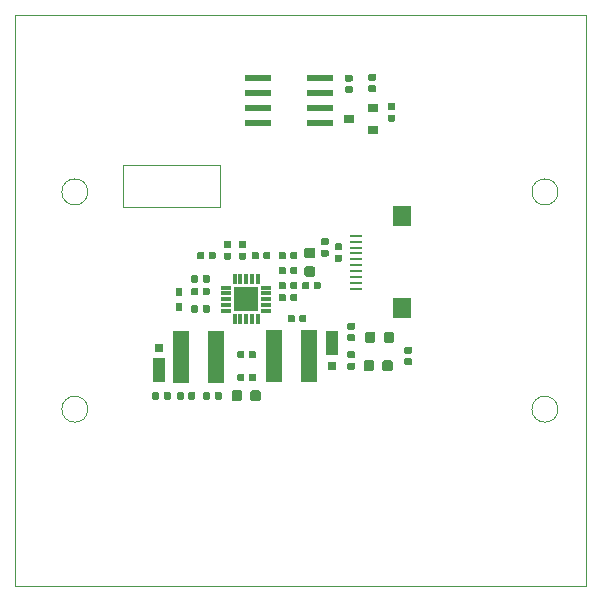
<source format=gbr>
%TF.GenerationSoftware,KiCad,Pcbnew,(5.1.4)-1*%
%TF.CreationDate,2019-10-25T20:37:58-07:00*%
%TF.ProjectId,SolarCellZ_v1,536f6c61-7243-4656-9c6c-5a5f76312e6b,rev?*%
%TF.SameCoordinates,Original*%
%TF.FileFunction,Paste,Bot*%
%TF.FilePolarity,Positive*%
%FSLAX46Y46*%
G04 Gerber Fmt 4.6, Leading zero omitted, Abs format (unit mm)*
G04 Created by KiCad (PCBNEW (5.1.4)-1) date 2019-10-25 20:37:58*
%MOMM*%
%LPD*%
G04 APERTURE LIST*
%ADD10C,0.050000*%
%ADD11R,2.209800X0.609600*%
%ADD12C,0.100000*%
%ADD13C,0.590000*%
%ADD14R,0.900000X0.800000*%
%ADD15R,0.800000X0.800000*%
%ADD16R,1.100000X2.000000*%
%ADD17C,0.875000*%
%ADD18R,0.500000X0.700000*%
%ADD19R,2.150000X2.150000*%
%ADD20R,0.300000X0.900000*%
%ADD21R,0.900000X0.300000*%
%ADD22R,1.500000X1.700000*%
%ADD23R,1.100000X0.250000*%
%ADD24R,1.435100X4.394200*%
G04 APERTURE END LIST*
D10*
X99200000Y-52750000D02*
X99200000Y-56250000D01*
X99200000Y-56250000D02*
X107400000Y-56250000D01*
X107400000Y-52750000D02*
X107400000Y-56250000D01*
X99200000Y-52750000D02*
X107400000Y-52750000D01*
X96200000Y-73400000D02*
G75*
G03X96200000Y-73400000I-1100000J0D01*
G01*
X136000000Y-73400000D02*
G75*
G03X136000000Y-73400000I-1100000J0D01*
G01*
X136000000Y-55000000D02*
G75*
G03X136000000Y-55000000I-1100000J0D01*
G01*
X96200000Y-55000000D02*
G75*
G03X96200000Y-55000000I-1100000J0D01*
G01*
X138400000Y-88400000D02*
X90000000Y-88400000D01*
X90000000Y-88400000D02*
X90000000Y-40000000D01*
X138400000Y-40000000D02*
X138400000Y-88400000D01*
X90000000Y-40000000D02*
X138400000Y-40000000D01*
D11*
X110604300Y-45339000D03*
X110604300Y-46609000D03*
X110604300Y-47879000D03*
X110604300Y-49149000D03*
X115836700Y-49149000D03*
X115836700Y-47879000D03*
X115836700Y-46609000D03*
X115836700Y-45339000D03*
D12*
G36*
X118487458Y-45067710D02*
G01*
X118501776Y-45069834D01*
X118515817Y-45073351D01*
X118529446Y-45078228D01*
X118542531Y-45084417D01*
X118554947Y-45091858D01*
X118566573Y-45100481D01*
X118577298Y-45110202D01*
X118587019Y-45120927D01*
X118595642Y-45132553D01*
X118603083Y-45144969D01*
X118609272Y-45158054D01*
X118614149Y-45171683D01*
X118617666Y-45185724D01*
X118619790Y-45200042D01*
X118620500Y-45214500D01*
X118620500Y-45509500D01*
X118619790Y-45523958D01*
X118617666Y-45538276D01*
X118614149Y-45552317D01*
X118609272Y-45565946D01*
X118603083Y-45579031D01*
X118595642Y-45591447D01*
X118587019Y-45603073D01*
X118577298Y-45613798D01*
X118566573Y-45623519D01*
X118554947Y-45632142D01*
X118542531Y-45639583D01*
X118529446Y-45645772D01*
X118515817Y-45650649D01*
X118501776Y-45654166D01*
X118487458Y-45656290D01*
X118473000Y-45657000D01*
X118128000Y-45657000D01*
X118113542Y-45656290D01*
X118099224Y-45654166D01*
X118085183Y-45650649D01*
X118071554Y-45645772D01*
X118058469Y-45639583D01*
X118046053Y-45632142D01*
X118034427Y-45623519D01*
X118023702Y-45613798D01*
X118013981Y-45603073D01*
X118005358Y-45591447D01*
X117997917Y-45579031D01*
X117991728Y-45565946D01*
X117986851Y-45552317D01*
X117983334Y-45538276D01*
X117981210Y-45523958D01*
X117980500Y-45509500D01*
X117980500Y-45214500D01*
X117981210Y-45200042D01*
X117983334Y-45185724D01*
X117986851Y-45171683D01*
X117991728Y-45158054D01*
X117997917Y-45144969D01*
X118005358Y-45132553D01*
X118013981Y-45120927D01*
X118023702Y-45110202D01*
X118034427Y-45100481D01*
X118046053Y-45091858D01*
X118058469Y-45084417D01*
X118071554Y-45078228D01*
X118085183Y-45073351D01*
X118099224Y-45069834D01*
X118113542Y-45067710D01*
X118128000Y-45067000D01*
X118473000Y-45067000D01*
X118487458Y-45067710D01*
X118487458Y-45067710D01*
G37*
D13*
X118300500Y-45362000D03*
D12*
G36*
X118487458Y-46037710D02*
G01*
X118501776Y-46039834D01*
X118515817Y-46043351D01*
X118529446Y-46048228D01*
X118542531Y-46054417D01*
X118554947Y-46061858D01*
X118566573Y-46070481D01*
X118577298Y-46080202D01*
X118587019Y-46090927D01*
X118595642Y-46102553D01*
X118603083Y-46114969D01*
X118609272Y-46128054D01*
X118614149Y-46141683D01*
X118617666Y-46155724D01*
X118619790Y-46170042D01*
X118620500Y-46184500D01*
X118620500Y-46479500D01*
X118619790Y-46493958D01*
X118617666Y-46508276D01*
X118614149Y-46522317D01*
X118609272Y-46535946D01*
X118603083Y-46549031D01*
X118595642Y-46561447D01*
X118587019Y-46573073D01*
X118577298Y-46583798D01*
X118566573Y-46593519D01*
X118554947Y-46602142D01*
X118542531Y-46609583D01*
X118529446Y-46615772D01*
X118515817Y-46620649D01*
X118501776Y-46624166D01*
X118487458Y-46626290D01*
X118473000Y-46627000D01*
X118128000Y-46627000D01*
X118113542Y-46626290D01*
X118099224Y-46624166D01*
X118085183Y-46620649D01*
X118071554Y-46615772D01*
X118058469Y-46609583D01*
X118046053Y-46602142D01*
X118034427Y-46593519D01*
X118023702Y-46583798D01*
X118013981Y-46573073D01*
X118005358Y-46561447D01*
X117997917Y-46549031D01*
X117991728Y-46535946D01*
X117986851Y-46522317D01*
X117983334Y-46508276D01*
X117981210Y-46493958D01*
X117980500Y-46479500D01*
X117980500Y-46184500D01*
X117981210Y-46170042D01*
X117983334Y-46155724D01*
X117986851Y-46141683D01*
X117991728Y-46128054D01*
X117997917Y-46114969D01*
X118005358Y-46102553D01*
X118013981Y-46090927D01*
X118023702Y-46080202D01*
X118034427Y-46070481D01*
X118046053Y-46061858D01*
X118058469Y-46054417D01*
X118071554Y-46048228D01*
X118085183Y-46043351D01*
X118099224Y-46039834D01*
X118113542Y-46037710D01*
X118128000Y-46037000D01*
X118473000Y-46037000D01*
X118487458Y-46037710D01*
X118487458Y-46037710D01*
G37*
D13*
X118300500Y-46332000D03*
D12*
G36*
X120455958Y-45004210D02*
G01*
X120470276Y-45006334D01*
X120484317Y-45009851D01*
X120497946Y-45014728D01*
X120511031Y-45020917D01*
X120523447Y-45028358D01*
X120535073Y-45036981D01*
X120545798Y-45046702D01*
X120555519Y-45057427D01*
X120564142Y-45069053D01*
X120571583Y-45081469D01*
X120577772Y-45094554D01*
X120582649Y-45108183D01*
X120586166Y-45122224D01*
X120588290Y-45136542D01*
X120589000Y-45151000D01*
X120589000Y-45446000D01*
X120588290Y-45460458D01*
X120586166Y-45474776D01*
X120582649Y-45488817D01*
X120577772Y-45502446D01*
X120571583Y-45515531D01*
X120564142Y-45527947D01*
X120555519Y-45539573D01*
X120545798Y-45550298D01*
X120535073Y-45560019D01*
X120523447Y-45568642D01*
X120511031Y-45576083D01*
X120497946Y-45582272D01*
X120484317Y-45587149D01*
X120470276Y-45590666D01*
X120455958Y-45592790D01*
X120441500Y-45593500D01*
X120096500Y-45593500D01*
X120082042Y-45592790D01*
X120067724Y-45590666D01*
X120053683Y-45587149D01*
X120040054Y-45582272D01*
X120026969Y-45576083D01*
X120014553Y-45568642D01*
X120002927Y-45560019D01*
X119992202Y-45550298D01*
X119982481Y-45539573D01*
X119973858Y-45527947D01*
X119966417Y-45515531D01*
X119960228Y-45502446D01*
X119955351Y-45488817D01*
X119951834Y-45474776D01*
X119949710Y-45460458D01*
X119949000Y-45446000D01*
X119949000Y-45151000D01*
X119949710Y-45136542D01*
X119951834Y-45122224D01*
X119955351Y-45108183D01*
X119960228Y-45094554D01*
X119966417Y-45081469D01*
X119973858Y-45069053D01*
X119982481Y-45057427D01*
X119992202Y-45046702D01*
X120002927Y-45036981D01*
X120014553Y-45028358D01*
X120026969Y-45020917D01*
X120040054Y-45014728D01*
X120053683Y-45009851D01*
X120067724Y-45006334D01*
X120082042Y-45004210D01*
X120096500Y-45003500D01*
X120441500Y-45003500D01*
X120455958Y-45004210D01*
X120455958Y-45004210D01*
G37*
D13*
X120269000Y-45298500D03*
D12*
G36*
X120455958Y-45974210D02*
G01*
X120470276Y-45976334D01*
X120484317Y-45979851D01*
X120497946Y-45984728D01*
X120511031Y-45990917D01*
X120523447Y-45998358D01*
X120535073Y-46006981D01*
X120545798Y-46016702D01*
X120555519Y-46027427D01*
X120564142Y-46039053D01*
X120571583Y-46051469D01*
X120577772Y-46064554D01*
X120582649Y-46078183D01*
X120586166Y-46092224D01*
X120588290Y-46106542D01*
X120589000Y-46121000D01*
X120589000Y-46416000D01*
X120588290Y-46430458D01*
X120586166Y-46444776D01*
X120582649Y-46458817D01*
X120577772Y-46472446D01*
X120571583Y-46485531D01*
X120564142Y-46497947D01*
X120555519Y-46509573D01*
X120545798Y-46520298D01*
X120535073Y-46530019D01*
X120523447Y-46538642D01*
X120511031Y-46546083D01*
X120497946Y-46552272D01*
X120484317Y-46557149D01*
X120470276Y-46560666D01*
X120455958Y-46562790D01*
X120441500Y-46563500D01*
X120096500Y-46563500D01*
X120082042Y-46562790D01*
X120067724Y-46560666D01*
X120053683Y-46557149D01*
X120040054Y-46552272D01*
X120026969Y-46546083D01*
X120014553Y-46538642D01*
X120002927Y-46530019D01*
X119992202Y-46520298D01*
X119982481Y-46509573D01*
X119973858Y-46497947D01*
X119966417Y-46485531D01*
X119960228Y-46472446D01*
X119955351Y-46458817D01*
X119951834Y-46444776D01*
X119949710Y-46430458D01*
X119949000Y-46416000D01*
X119949000Y-46121000D01*
X119949710Y-46106542D01*
X119951834Y-46092224D01*
X119955351Y-46078183D01*
X119960228Y-46064554D01*
X119966417Y-46051469D01*
X119973858Y-46039053D01*
X119982481Y-46027427D01*
X119992202Y-46016702D01*
X120002927Y-46006981D01*
X120014553Y-45998358D01*
X120026969Y-45990917D01*
X120040054Y-45984728D01*
X120053683Y-45979851D01*
X120067724Y-45976334D01*
X120082042Y-45974210D01*
X120096500Y-45973500D01*
X120441500Y-45973500D01*
X120455958Y-45974210D01*
X120455958Y-45974210D01*
G37*
D13*
X120269000Y-46268500D03*
D12*
G36*
X122106958Y-48450710D02*
G01*
X122121276Y-48452834D01*
X122135317Y-48456351D01*
X122148946Y-48461228D01*
X122162031Y-48467417D01*
X122174447Y-48474858D01*
X122186073Y-48483481D01*
X122196798Y-48493202D01*
X122206519Y-48503927D01*
X122215142Y-48515553D01*
X122222583Y-48527969D01*
X122228772Y-48541054D01*
X122233649Y-48554683D01*
X122237166Y-48568724D01*
X122239290Y-48583042D01*
X122240000Y-48597500D01*
X122240000Y-48892500D01*
X122239290Y-48906958D01*
X122237166Y-48921276D01*
X122233649Y-48935317D01*
X122228772Y-48948946D01*
X122222583Y-48962031D01*
X122215142Y-48974447D01*
X122206519Y-48986073D01*
X122196798Y-48996798D01*
X122186073Y-49006519D01*
X122174447Y-49015142D01*
X122162031Y-49022583D01*
X122148946Y-49028772D01*
X122135317Y-49033649D01*
X122121276Y-49037166D01*
X122106958Y-49039290D01*
X122092500Y-49040000D01*
X121747500Y-49040000D01*
X121733042Y-49039290D01*
X121718724Y-49037166D01*
X121704683Y-49033649D01*
X121691054Y-49028772D01*
X121677969Y-49022583D01*
X121665553Y-49015142D01*
X121653927Y-49006519D01*
X121643202Y-48996798D01*
X121633481Y-48986073D01*
X121624858Y-48974447D01*
X121617417Y-48962031D01*
X121611228Y-48948946D01*
X121606351Y-48935317D01*
X121602834Y-48921276D01*
X121600710Y-48906958D01*
X121600000Y-48892500D01*
X121600000Y-48597500D01*
X121600710Y-48583042D01*
X121602834Y-48568724D01*
X121606351Y-48554683D01*
X121611228Y-48541054D01*
X121617417Y-48527969D01*
X121624858Y-48515553D01*
X121633481Y-48503927D01*
X121643202Y-48493202D01*
X121653927Y-48483481D01*
X121665553Y-48474858D01*
X121677969Y-48467417D01*
X121691054Y-48461228D01*
X121704683Y-48456351D01*
X121718724Y-48452834D01*
X121733042Y-48450710D01*
X121747500Y-48450000D01*
X122092500Y-48450000D01*
X122106958Y-48450710D01*
X122106958Y-48450710D01*
G37*
D13*
X121920000Y-48745000D03*
D12*
G36*
X122106958Y-47480710D02*
G01*
X122121276Y-47482834D01*
X122135317Y-47486351D01*
X122148946Y-47491228D01*
X122162031Y-47497417D01*
X122174447Y-47504858D01*
X122186073Y-47513481D01*
X122196798Y-47523202D01*
X122206519Y-47533927D01*
X122215142Y-47545553D01*
X122222583Y-47557969D01*
X122228772Y-47571054D01*
X122233649Y-47584683D01*
X122237166Y-47598724D01*
X122239290Y-47613042D01*
X122240000Y-47627500D01*
X122240000Y-47922500D01*
X122239290Y-47936958D01*
X122237166Y-47951276D01*
X122233649Y-47965317D01*
X122228772Y-47978946D01*
X122222583Y-47992031D01*
X122215142Y-48004447D01*
X122206519Y-48016073D01*
X122196798Y-48026798D01*
X122186073Y-48036519D01*
X122174447Y-48045142D01*
X122162031Y-48052583D01*
X122148946Y-48058772D01*
X122135317Y-48063649D01*
X122121276Y-48067166D01*
X122106958Y-48069290D01*
X122092500Y-48070000D01*
X121747500Y-48070000D01*
X121733042Y-48069290D01*
X121718724Y-48067166D01*
X121704683Y-48063649D01*
X121691054Y-48058772D01*
X121677969Y-48052583D01*
X121665553Y-48045142D01*
X121653927Y-48036519D01*
X121643202Y-48026798D01*
X121633481Y-48016073D01*
X121624858Y-48004447D01*
X121617417Y-47992031D01*
X121611228Y-47978946D01*
X121606351Y-47965317D01*
X121602834Y-47951276D01*
X121600710Y-47936958D01*
X121600000Y-47922500D01*
X121600000Y-47627500D01*
X121600710Y-47613042D01*
X121602834Y-47598724D01*
X121606351Y-47584683D01*
X121611228Y-47571054D01*
X121617417Y-47557969D01*
X121624858Y-47545553D01*
X121633481Y-47533927D01*
X121643202Y-47523202D01*
X121653927Y-47513481D01*
X121665553Y-47504858D01*
X121677969Y-47497417D01*
X121691054Y-47491228D01*
X121704683Y-47486351D01*
X121718724Y-47482834D01*
X121733042Y-47480710D01*
X121747500Y-47480000D01*
X122092500Y-47480000D01*
X122106958Y-47480710D01*
X122106958Y-47480710D01*
G37*
D13*
X121920000Y-47775000D03*
D14*
X118316500Y-48831500D03*
X120316500Y-49781500D03*
X120316500Y-47881500D03*
D15*
X102235000Y-68219000D03*
D16*
X102235000Y-70119000D03*
D12*
G36*
X123503958Y-69088210D02*
G01*
X123518276Y-69090334D01*
X123532317Y-69093851D01*
X123545946Y-69098728D01*
X123559031Y-69104917D01*
X123571447Y-69112358D01*
X123583073Y-69120981D01*
X123593798Y-69130702D01*
X123603519Y-69141427D01*
X123612142Y-69153053D01*
X123619583Y-69165469D01*
X123625772Y-69178554D01*
X123630649Y-69192183D01*
X123634166Y-69206224D01*
X123636290Y-69220542D01*
X123637000Y-69235000D01*
X123637000Y-69530000D01*
X123636290Y-69544458D01*
X123634166Y-69558776D01*
X123630649Y-69572817D01*
X123625772Y-69586446D01*
X123619583Y-69599531D01*
X123612142Y-69611947D01*
X123603519Y-69623573D01*
X123593798Y-69634298D01*
X123583073Y-69644019D01*
X123571447Y-69652642D01*
X123559031Y-69660083D01*
X123545946Y-69666272D01*
X123532317Y-69671149D01*
X123518276Y-69674666D01*
X123503958Y-69676790D01*
X123489500Y-69677500D01*
X123144500Y-69677500D01*
X123130042Y-69676790D01*
X123115724Y-69674666D01*
X123101683Y-69671149D01*
X123088054Y-69666272D01*
X123074969Y-69660083D01*
X123062553Y-69652642D01*
X123050927Y-69644019D01*
X123040202Y-69634298D01*
X123030481Y-69623573D01*
X123021858Y-69611947D01*
X123014417Y-69599531D01*
X123008228Y-69586446D01*
X123003351Y-69572817D01*
X122999834Y-69558776D01*
X122997710Y-69544458D01*
X122997000Y-69530000D01*
X122997000Y-69235000D01*
X122997710Y-69220542D01*
X122999834Y-69206224D01*
X123003351Y-69192183D01*
X123008228Y-69178554D01*
X123014417Y-69165469D01*
X123021858Y-69153053D01*
X123030481Y-69141427D01*
X123040202Y-69130702D01*
X123050927Y-69120981D01*
X123062553Y-69112358D01*
X123074969Y-69104917D01*
X123088054Y-69098728D01*
X123101683Y-69093851D01*
X123115724Y-69090334D01*
X123130042Y-69088210D01*
X123144500Y-69087500D01*
X123489500Y-69087500D01*
X123503958Y-69088210D01*
X123503958Y-69088210D01*
G37*
D13*
X123317000Y-69382500D03*
D12*
G36*
X123503958Y-68118210D02*
G01*
X123518276Y-68120334D01*
X123532317Y-68123851D01*
X123545946Y-68128728D01*
X123559031Y-68134917D01*
X123571447Y-68142358D01*
X123583073Y-68150981D01*
X123593798Y-68160702D01*
X123603519Y-68171427D01*
X123612142Y-68183053D01*
X123619583Y-68195469D01*
X123625772Y-68208554D01*
X123630649Y-68222183D01*
X123634166Y-68236224D01*
X123636290Y-68250542D01*
X123637000Y-68265000D01*
X123637000Y-68560000D01*
X123636290Y-68574458D01*
X123634166Y-68588776D01*
X123630649Y-68602817D01*
X123625772Y-68616446D01*
X123619583Y-68629531D01*
X123612142Y-68641947D01*
X123603519Y-68653573D01*
X123593798Y-68664298D01*
X123583073Y-68674019D01*
X123571447Y-68682642D01*
X123559031Y-68690083D01*
X123545946Y-68696272D01*
X123532317Y-68701149D01*
X123518276Y-68704666D01*
X123503958Y-68706790D01*
X123489500Y-68707500D01*
X123144500Y-68707500D01*
X123130042Y-68706790D01*
X123115724Y-68704666D01*
X123101683Y-68701149D01*
X123088054Y-68696272D01*
X123074969Y-68690083D01*
X123062553Y-68682642D01*
X123050927Y-68674019D01*
X123040202Y-68664298D01*
X123030481Y-68653573D01*
X123021858Y-68641947D01*
X123014417Y-68629531D01*
X123008228Y-68616446D01*
X123003351Y-68602817D01*
X122999834Y-68588776D01*
X122997710Y-68574458D01*
X122997000Y-68560000D01*
X122997000Y-68265000D01*
X122997710Y-68250542D01*
X122999834Y-68236224D01*
X123003351Y-68222183D01*
X123008228Y-68208554D01*
X123014417Y-68195469D01*
X123021858Y-68183053D01*
X123030481Y-68171427D01*
X123040202Y-68160702D01*
X123050927Y-68150981D01*
X123062553Y-68142358D01*
X123074969Y-68134917D01*
X123088054Y-68128728D01*
X123101683Y-68123851D01*
X123115724Y-68120334D01*
X123130042Y-68118210D01*
X123144500Y-68117500D01*
X123489500Y-68117500D01*
X123503958Y-68118210D01*
X123503958Y-68118210D01*
G37*
D13*
X123317000Y-68412500D03*
D12*
G36*
X115276191Y-61311053D02*
G01*
X115297426Y-61314203D01*
X115318250Y-61319419D01*
X115338462Y-61326651D01*
X115357868Y-61335830D01*
X115376281Y-61346866D01*
X115393524Y-61359654D01*
X115409430Y-61374070D01*
X115423846Y-61389976D01*
X115436634Y-61407219D01*
X115447670Y-61425632D01*
X115456849Y-61445038D01*
X115464081Y-61465250D01*
X115469297Y-61486074D01*
X115472447Y-61507309D01*
X115473500Y-61528750D01*
X115473500Y-61966250D01*
X115472447Y-61987691D01*
X115469297Y-62008926D01*
X115464081Y-62029750D01*
X115456849Y-62049962D01*
X115447670Y-62069368D01*
X115436634Y-62087781D01*
X115423846Y-62105024D01*
X115409430Y-62120930D01*
X115393524Y-62135346D01*
X115376281Y-62148134D01*
X115357868Y-62159170D01*
X115338462Y-62168349D01*
X115318250Y-62175581D01*
X115297426Y-62180797D01*
X115276191Y-62183947D01*
X115254750Y-62185000D01*
X114742250Y-62185000D01*
X114720809Y-62183947D01*
X114699574Y-62180797D01*
X114678750Y-62175581D01*
X114658538Y-62168349D01*
X114639132Y-62159170D01*
X114620719Y-62148134D01*
X114603476Y-62135346D01*
X114587570Y-62120930D01*
X114573154Y-62105024D01*
X114560366Y-62087781D01*
X114549330Y-62069368D01*
X114540151Y-62049962D01*
X114532919Y-62029750D01*
X114527703Y-62008926D01*
X114524553Y-61987691D01*
X114523500Y-61966250D01*
X114523500Y-61528750D01*
X114524553Y-61507309D01*
X114527703Y-61486074D01*
X114532919Y-61465250D01*
X114540151Y-61445038D01*
X114549330Y-61425632D01*
X114560366Y-61407219D01*
X114573154Y-61389976D01*
X114587570Y-61374070D01*
X114603476Y-61359654D01*
X114620719Y-61346866D01*
X114639132Y-61335830D01*
X114658538Y-61326651D01*
X114678750Y-61319419D01*
X114699574Y-61314203D01*
X114720809Y-61311053D01*
X114742250Y-61310000D01*
X115254750Y-61310000D01*
X115276191Y-61311053D01*
X115276191Y-61311053D01*
G37*
D17*
X114998500Y-61747500D03*
D12*
G36*
X115276191Y-59736053D02*
G01*
X115297426Y-59739203D01*
X115318250Y-59744419D01*
X115338462Y-59751651D01*
X115357868Y-59760830D01*
X115376281Y-59771866D01*
X115393524Y-59784654D01*
X115409430Y-59799070D01*
X115423846Y-59814976D01*
X115436634Y-59832219D01*
X115447670Y-59850632D01*
X115456849Y-59870038D01*
X115464081Y-59890250D01*
X115469297Y-59911074D01*
X115472447Y-59932309D01*
X115473500Y-59953750D01*
X115473500Y-60391250D01*
X115472447Y-60412691D01*
X115469297Y-60433926D01*
X115464081Y-60454750D01*
X115456849Y-60474962D01*
X115447670Y-60494368D01*
X115436634Y-60512781D01*
X115423846Y-60530024D01*
X115409430Y-60545930D01*
X115393524Y-60560346D01*
X115376281Y-60573134D01*
X115357868Y-60584170D01*
X115338462Y-60593349D01*
X115318250Y-60600581D01*
X115297426Y-60605797D01*
X115276191Y-60608947D01*
X115254750Y-60610000D01*
X114742250Y-60610000D01*
X114720809Y-60608947D01*
X114699574Y-60605797D01*
X114678750Y-60600581D01*
X114658538Y-60593349D01*
X114639132Y-60584170D01*
X114620719Y-60573134D01*
X114603476Y-60560346D01*
X114587570Y-60545930D01*
X114573154Y-60530024D01*
X114560366Y-60512781D01*
X114549330Y-60494368D01*
X114540151Y-60474962D01*
X114532919Y-60454750D01*
X114527703Y-60433926D01*
X114524553Y-60412691D01*
X114523500Y-60391250D01*
X114523500Y-59953750D01*
X114524553Y-59932309D01*
X114527703Y-59911074D01*
X114532919Y-59890250D01*
X114540151Y-59870038D01*
X114549330Y-59850632D01*
X114560366Y-59832219D01*
X114573154Y-59814976D01*
X114587570Y-59799070D01*
X114603476Y-59784654D01*
X114620719Y-59771866D01*
X114639132Y-59760830D01*
X114658538Y-59751651D01*
X114678750Y-59744419D01*
X114699574Y-59739203D01*
X114720809Y-59736053D01*
X114742250Y-59735000D01*
X115254750Y-59735000D01*
X115276191Y-59736053D01*
X115276191Y-59736053D01*
G37*
D17*
X114998500Y-60172500D03*
D12*
G36*
X110291118Y-70383366D02*
G01*
X110305436Y-70385490D01*
X110319477Y-70389007D01*
X110333106Y-70393884D01*
X110346191Y-70400073D01*
X110358607Y-70407514D01*
X110370233Y-70416137D01*
X110380958Y-70425858D01*
X110390679Y-70436583D01*
X110399302Y-70448209D01*
X110406743Y-70460625D01*
X110412932Y-70473710D01*
X110417809Y-70487339D01*
X110421326Y-70501380D01*
X110423450Y-70515698D01*
X110424160Y-70530156D01*
X110424160Y-70875156D01*
X110423450Y-70889614D01*
X110421326Y-70903932D01*
X110417809Y-70917973D01*
X110412932Y-70931602D01*
X110406743Y-70944687D01*
X110399302Y-70957103D01*
X110390679Y-70968729D01*
X110380958Y-70979454D01*
X110370233Y-70989175D01*
X110358607Y-70997798D01*
X110346191Y-71005239D01*
X110333106Y-71011428D01*
X110319477Y-71016305D01*
X110305436Y-71019822D01*
X110291118Y-71021946D01*
X110276660Y-71022656D01*
X109981660Y-71022656D01*
X109967202Y-71021946D01*
X109952884Y-71019822D01*
X109938843Y-71016305D01*
X109925214Y-71011428D01*
X109912129Y-71005239D01*
X109899713Y-70997798D01*
X109888087Y-70989175D01*
X109877362Y-70979454D01*
X109867641Y-70968729D01*
X109859018Y-70957103D01*
X109851577Y-70944687D01*
X109845388Y-70931602D01*
X109840511Y-70917973D01*
X109836994Y-70903932D01*
X109834870Y-70889614D01*
X109834160Y-70875156D01*
X109834160Y-70530156D01*
X109834870Y-70515698D01*
X109836994Y-70501380D01*
X109840511Y-70487339D01*
X109845388Y-70473710D01*
X109851577Y-70460625D01*
X109859018Y-70448209D01*
X109867641Y-70436583D01*
X109877362Y-70425858D01*
X109888087Y-70416137D01*
X109899713Y-70407514D01*
X109912129Y-70400073D01*
X109925214Y-70393884D01*
X109938843Y-70389007D01*
X109952884Y-70385490D01*
X109967202Y-70383366D01*
X109981660Y-70382656D01*
X110276660Y-70382656D01*
X110291118Y-70383366D01*
X110291118Y-70383366D01*
G37*
D13*
X110129160Y-70702656D03*
D12*
G36*
X109321118Y-70383366D02*
G01*
X109335436Y-70385490D01*
X109349477Y-70389007D01*
X109363106Y-70393884D01*
X109376191Y-70400073D01*
X109388607Y-70407514D01*
X109400233Y-70416137D01*
X109410958Y-70425858D01*
X109420679Y-70436583D01*
X109429302Y-70448209D01*
X109436743Y-70460625D01*
X109442932Y-70473710D01*
X109447809Y-70487339D01*
X109451326Y-70501380D01*
X109453450Y-70515698D01*
X109454160Y-70530156D01*
X109454160Y-70875156D01*
X109453450Y-70889614D01*
X109451326Y-70903932D01*
X109447809Y-70917973D01*
X109442932Y-70931602D01*
X109436743Y-70944687D01*
X109429302Y-70957103D01*
X109420679Y-70968729D01*
X109410958Y-70979454D01*
X109400233Y-70989175D01*
X109388607Y-70997798D01*
X109376191Y-71005239D01*
X109363106Y-71011428D01*
X109349477Y-71016305D01*
X109335436Y-71019822D01*
X109321118Y-71021946D01*
X109306660Y-71022656D01*
X109011660Y-71022656D01*
X108997202Y-71021946D01*
X108982884Y-71019822D01*
X108968843Y-71016305D01*
X108955214Y-71011428D01*
X108942129Y-71005239D01*
X108929713Y-70997798D01*
X108918087Y-70989175D01*
X108907362Y-70979454D01*
X108897641Y-70968729D01*
X108889018Y-70957103D01*
X108881577Y-70944687D01*
X108875388Y-70931602D01*
X108870511Y-70917973D01*
X108866994Y-70903932D01*
X108864870Y-70889614D01*
X108864160Y-70875156D01*
X108864160Y-70530156D01*
X108864870Y-70515698D01*
X108866994Y-70501380D01*
X108870511Y-70487339D01*
X108875388Y-70473710D01*
X108881577Y-70460625D01*
X108889018Y-70448209D01*
X108897641Y-70436583D01*
X108907362Y-70425858D01*
X108918087Y-70416137D01*
X108929713Y-70407514D01*
X108942129Y-70400073D01*
X108955214Y-70393884D01*
X108968843Y-70389007D01*
X108982884Y-70385490D01*
X108997202Y-70383366D01*
X109011660Y-70382656D01*
X109306660Y-70382656D01*
X109321118Y-70383366D01*
X109321118Y-70383366D01*
G37*
D13*
X109159160Y-70702656D03*
D12*
G36*
X121931691Y-66836053D02*
G01*
X121952926Y-66839203D01*
X121973750Y-66844419D01*
X121993962Y-66851651D01*
X122013368Y-66860830D01*
X122031781Y-66871866D01*
X122049024Y-66884654D01*
X122064930Y-66899070D01*
X122079346Y-66914976D01*
X122092134Y-66932219D01*
X122103170Y-66950632D01*
X122112349Y-66970038D01*
X122119581Y-66990250D01*
X122124797Y-67011074D01*
X122127947Y-67032309D01*
X122129000Y-67053750D01*
X122129000Y-67566250D01*
X122127947Y-67587691D01*
X122124797Y-67608926D01*
X122119581Y-67629750D01*
X122112349Y-67649962D01*
X122103170Y-67669368D01*
X122092134Y-67687781D01*
X122079346Y-67705024D01*
X122064930Y-67720930D01*
X122049024Y-67735346D01*
X122031781Y-67748134D01*
X122013368Y-67759170D01*
X121993962Y-67768349D01*
X121973750Y-67775581D01*
X121952926Y-67780797D01*
X121931691Y-67783947D01*
X121910250Y-67785000D01*
X121472750Y-67785000D01*
X121451309Y-67783947D01*
X121430074Y-67780797D01*
X121409250Y-67775581D01*
X121389038Y-67768349D01*
X121369632Y-67759170D01*
X121351219Y-67748134D01*
X121333976Y-67735346D01*
X121318070Y-67720930D01*
X121303654Y-67705024D01*
X121290866Y-67687781D01*
X121279830Y-67669368D01*
X121270651Y-67649962D01*
X121263419Y-67629750D01*
X121258203Y-67608926D01*
X121255053Y-67587691D01*
X121254000Y-67566250D01*
X121254000Y-67053750D01*
X121255053Y-67032309D01*
X121258203Y-67011074D01*
X121263419Y-66990250D01*
X121270651Y-66970038D01*
X121279830Y-66950632D01*
X121290866Y-66932219D01*
X121303654Y-66914976D01*
X121318070Y-66899070D01*
X121333976Y-66884654D01*
X121351219Y-66871866D01*
X121369632Y-66860830D01*
X121389038Y-66851651D01*
X121409250Y-66844419D01*
X121430074Y-66839203D01*
X121451309Y-66836053D01*
X121472750Y-66835000D01*
X121910250Y-66835000D01*
X121931691Y-66836053D01*
X121931691Y-66836053D01*
G37*
D17*
X121691500Y-67310000D03*
D12*
G36*
X120356691Y-66836053D02*
G01*
X120377926Y-66839203D01*
X120398750Y-66844419D01*
X120418962Y-66851651D01*
X120438368Y-66860830D01*
X120456781Y-66871866D01*
X120474024Y-66884654D01*
X120489930Y-66899070D01*
X120504346Y-66914976D01*
X120517134Y-66932219D01*
X120528170Y-66950632D01*
X120537349Y-66970038D01*
X120544581Y-66990250D01*
X120549797Y-67011074D01*
X120552947Y-67032309D01*
X120554000Y-67053750D01*
X120554000Y-67566250D01*
X120552947Y-67587691D01*
X120549797Y-67608926D01*
X120544581Y-67629750D01*
X120537349Y-67649962D01*
X120528170Y-67669368D01*
X120517134Y-67687781D01*
X120504346Y-67705024D01*
X120489930Y-67720930D01*
X120474024Y-67735346D01*
X120456781Y-67748134D01*
X120438368Y-67759170D01*
X120418962Y-67768349D01*
X120398750Y-67775581D01*
X120377926Y-67780797D01*
X120356691Y-67783947D01*
X120335250Y-67785000D01*
X119897750Y-67785000D01*
X119876309Y-67783947D01*
X119855074Y-67780797D01*
X119834250Y-67775581D01*
X119814038Y-67768349D01*
X119794632Y-67759170D01*
X119776219Y-67748134D01*
X119758976Y-67735346D01*
X119743070Y-67720930D01*
X119728654Y-67705024D01*
X119715866Y-67687781D01*
X119704830Y-67669368D01*
X119695651Y-67649962D01*
X119688419Y-67629750D01*
X119683203Y-67608926D01*
X119680053Y-67587691D01*
X119679000Y-67566250D01*
X119679000Y-67053750D01*
X119680053Y-67032309D01*
X119683203Y-67011074D01*
X119688419Y-66990250D01*
X119695651Y-66970038D01*
X119704830Y-66950632D01*
X119715866Y-66932219D01*
X119728654Y-66914976D01*
X119743070Y-66899070D01*
X119758976Y-66884654D01*
X119776219Y-66871866D01*
X119794632Y-66860830D01*
X119814038Y-66851651D01*
X119834250Y-66844419D01*
X119855074Y-66839203D01*
X119876309Y-66836053D01*
X119897750Y-66835000D01*
X120335250Y-66835000D01*
X120356691Y-66836053D01*
X120356691Y-66836053D01*
G37*
D17*
X120116500Y-67310000D03*
D18*
X103949500Y-64770000D03*
X103949500Y-63470000D03*
D19*
X109624160Y-64098656D03*
D20*
X108624160Y-65798656D03*
X109124160Y-65798656D03*
X109624160Y-65798656D03*
X110124160Y-65798656D03*
X110624160Y-65798656D03*
D21*
X111324160Y-65098656D03*
X111324160Y-64598656D03*
X111324160Y-64098656D03*
X111324160Y-63598656D03*
X111324160Y-63098656D03*
D20*
X110624160Y-62398656D03*
X110124160Y-62398656D03*
X109624160Y-62398656D03*
X109124160Y-62398656D03*
X108624160Y-62398656D03*
D21*
X107924160Y-63098656D03*
X107924160Y-63598656D03*
X107924160Y-64098656D03*
X107924160Y-64598656D03*
X107924160Y-65098656D03*
D15*
X116840000Y-69703000D03*
D16*
X116840000Y-67803000D03*
D12*
G36*
X106882458Y-60069210D02*
G01*
X106896776Y-60071334D01*
X106910817Y-60074851D01*
X106924446Y-60079728D01*
X106937531Y-60085917D01*
X106949947Y-60093358D01*
X106961573Y-60101981D01*
X106972298Y-60111702D01*
X106982019Y-60122427D01*
X106990642Y-60134053D01*
X106998083Y-60146469D01*
X107004272Y-60159554D01*
X107009149Y-60173183D01*
X107012666Y-60187224D01*
X107014790Y-60201542D01*
X107015500Y-60216000D01*
X107015500Y-60561000D01*
X107014790Y-60575458D01*
X107012666Y-60589776D01*
X107009149Y-60603817D01*
X107004272Y-60617446D01*
X106998083Y-60630531D01*
X106990642Y-60642947D01*
X106982019Y-60654573D01*
X106972298Y-60665298D01*
X106961573Y-60675019D01*
X106949947Y-60683642D01*
X106937531Y-60691083D01*
X106924446Y-60697272D01*
X106910817Y-60702149D01*
X106896776Y-60705666D01*
X106882458Y-60707790D01*
X106868000Y-60708500D01*
X106573000Y-60708500D01*
X106558542Y-60707790D01*
X106544224Y-60705666D01*
X106530183Y-60702149D01*
X106516554Y-60697272D01*
X106503469Y-60691083D01*
X106491053Y-60683642D01*
X106479427Y-60675019D01*
X106468702Y-60665298D01*
X106458981Y-60654573D01*
X106450358Y-60642947D01*
X106442917Y-60630531D01*
X106436728Y-60617446D01*
X106431851Y-60603817D01*
X106428334Y-60589776D01*
X106426210Y-60575458D01*
X106425500Y-60561000D01*
X106425500Y-60216000D01*
X106426210Y-60201542D01*
X106428334Y-60187224D01*
X106431851Y-60173183D01*
X106436728Y-60159554D01*
X106442917Y-60146469D01*
X106450358Y-60134053D01*
X106458981Y-60122427D01*
X106468702Y-60111702D01*
X106479427Y-60101981D01*
X106491053Y-60093358D01*
X106503469Y-60085917D01*
X106516554Y-60079728D01*
X106530183Y-60074851D01*
X106544224Y-60071334D01*
X106558542Y-60069210D01*
X106573000Y-60068500D01*
X106868000Y-60068500D01*
X106882458Y-60069210D01*
X106882458Y-60069210D01*
G37*
D13*
X106720500Y-60388500D03*
D12*
G36*
X105912458Y-60069210D02*
G01*
X105926776Y-60071334D01*
X105940817Y-60074851D01*
X105954446Y-60079728D01*
X105967531Y-60085917D01*
X105979947Y-60093358D01*
X105991573Y-60101981D01*
X106002298Y-60111702D01*
X106012019Y-60122427D01*
X106020642Y-60134053D01*
X106028083Y-60146469D01*
X106034272Y-60159554D01*
X106039149Y-60173183D01*
X106042666Y-60187224D01*
X106044790Y-60201542D01*
X106045500Y-60216000D01*
X106045500Y-60561000D01*
X106044790Y-60575458D01*
X106042666Y-60589776D01*
X106039149Y-60603817D01*
X106034272Y-60617446D01*
X106028083Y-60630531D01*
X106020642Y-60642947D01*
X106012019Y-60654573D01*
X106002298Y-60665298D01*
X105991573Y-60675019D01*
X105979947Y-60683642D01*
X105967531Y-60691083D01*
X105954446Y-60697272D01*
X105940817Y-60702149D01*
X105926776Y-60705666D01*
X105912458Y-60707790D01*
X105898000Y-60708500D01*
X105603000Y-60708500D01*
X105588542Y-60707790D01*
X105574224Y-60705666D01*
X105560183Y-60702149D01*
X105546554Y-60697272D01*
X105533469Y-60691083D01*
X105521053Y-60683642D01*
X105509427Y-60675019D01*
X105498702Y-60665298D01*
X105488981Y-60654573D01*
X105480358Y-60642947D01*
X105472917Y-60630531D01*
X105466728Y-60617446D01*
X105461851Y-60603817D01*
X105458334Y-60589776D01*
X105456210Y-60575458D01*
X105455500Y-60561000D01*
X105455500Y-60216000D01*
X105456210Y-60201542D01*
X105458334Y-60187224D01*
X105461851Y-60173183D01*
X105466728Y-60159554D01*
X105472917Y-60146469D01*
X105480358Y-60134053D01*
X105488981Y-60122427D01*
X105498702Y-60111702D01*
X105509427Y-60101981D01*
X105521053Y-60093358D01*
X105533469Y-60085917D01*
X105546554Y-60079728D01*
X105560183Y-60074851D01*
X105574224Y-60071334D01*
X105588542Y-60069210D01*
X105603000Y-60068500D01*
X105898000Y-60068500D01*
X105912458Y-60069210D01*
X105912458Y-60069210D01*
G37*
D13*
X105750500Y-60388500D03*
D12*
G36*
X108200458Y-59164710D02*
G01*
X108214776Y-59166834D01*
X108228817Y-59170351D01*
X108242446Y-59175228D01*
X108255531Y-59181417D01*
X108267947Y-59188858D01*
X108279573Y-59197481D01*
X108290298Y-59207202D01*
X108300019Y-59217927D01*
X108308642Y-59229553D01*
X108316083Y-59241969D01*
X108322272Y-59255054D01*
X108327149Y-59268683D01*
X108330666Y-59282724D01*
X108332790Y-59297042D01*
X108333500Y-59311500D01*
X108333500Y-59606500D01*
X108332790Y-59620958D01*
X108330666Y-59635276D01*
X108327149Y-59649317D01*
X108322272Y-59662946D01*
X108316083Y-59676031D01*
X108308642Y-59688447D01*
X108300019Y-59700073D01*
X108290298Y-59710798D01*
X108279573Y-59720519D01*
X108267947Y-59729142D01*
X108255531Y-59736583D01*
X108242446Y-59742772D01*
X108228817Y-59747649D01*
X108214776Y-59751166D01*
X108200458Y-59753290D01*
X108186000Y-59754000D01*
X107841000Y-59754000D01*
X107826542Y-59753290D01*
X107812224Y-59751166D01*
X107798183Y-59747649D01*
X107784554Y-59742772D01*
X107771469Y-59736583D01*
X107759053Y-59729142D01*
X107747427Y-59720519D01*
X107736702Y-59710798D01*
X107726981Y-59700073D01*
X107718358Y-59688447D01*
X107710917Y-59676031D01*
X107704728Y-59662946D01*
X107699851Y-59649317D01*
X107696334Y-59635276D01*
X107694210Y-59620958D01*
X107693500Y-59606500D01*
X107693500Y-59311500D01*
X107694210Y-59297042D01*
X107696334Y-59282724D01*
X107699851Y-59268683D01*
X107704728Y-59255054D01*
X107710917Y-59241969D01*
X107718358Y-59229553D01*
X107726981Y-59217927D01*
X107736702Y-59207202D01*
X107747427Y-59197481D01*
X107759053Y-59188858D01*
X107771469Y-59181417D01*
X107784554Y-59175228D01*
X107798183Y-59170351D01*
X107812224Y-59166834D01*
X107826542Y-59164710D01*
X107841000Y-59164000D01*
X108186000Y-59164000D01*
X108200458Y-59164710D01*
X108200458Y-59164710D01*
G37*
D13*
X108013500Y-59459000D03*
D12*
G36*
X108200458Y-60134710D02*
G01*
X108214776Y-60136834D01*
X108228817Y-60140351D01*
X108242446Y-60145228D01*
X108255531Y-60151417D01*
X108267947Y-60158858D01*
X108279573Y-60167481D01*
X108290298Y-60177202D01*
X108300019Y-60187927D01*
X108308642Y-60199553D01*
X108316083Y-60211969D01*
X108322272Y-60225054D01*
X108327149Y-60238683D01*
X108330666Y-60252724D01*
X108332790Y-60267042D01*
X108333500Y-60281500D01*
X108333500Y-60576500D01*
X108332790Y-60590958D01*
X108330666Y-60605276D01*
X108327149Y-60619317D01*
X108322272Y-60632946D01*
X108316083Y-60646031D01*
X108308642Y-60658447D01*
X108300019Y-60670073D01*
X108290298Y-60680798D01*
X108279573Y-60690519D01*
X108267947Y-60699142D01*
X108255531Y-60706583D01*
X108242446Y-60712772D01*
X108228817Y-60717649D01*
X108214776Y-60721166D01*
X108200458Y-60723290D01*
X108186000Y-60724000D01*
X107841000Y-60724000D01*
X107826542Y-60723290D01*
X107812224Y-60721166D01*
X107798183Y-60717649D01*
X107784554Y-60712772D01*
X107771469Y-60706583D01*
X107759053Y-60699142D01*
X107747427Y-60690519D01*
X107736702Y-60680798D01*
X107726981Y-60670073D01*
X107718358Y-60658447D01*
X107710917Y-60646031D01*
X107704728Y-60632946D01*
X107699851Y-60619317D01*
X107696334Y-60605276D01*
X107694210Y-60590958D01*
X107693500Y-60576500D01*
X107693500Y-60281500D01*
X107694210Y-60267042D01*
X107696334Y-60252724D01*
X107699851Y-60238683D01*
X107704728Y-60225054D01*
X107710917Y-60211969D01*
X107718358Y-60199553D01*
X107726981Y-60187927D01*
X107736702Y-60177202D01*
X107747427Y-60167481D01*
X107759053Y-60158858D01*
X107771469Y-60151417D01*
X107784554Y-60145228D01*
X107798183Y-60140351D01*
X107812224Y-60136834D01*
X107826542Y-60134710D01*
X107841000Y-60134000D01*
X108186000Y-60134000D01*
X108200458Y-60134710D01*
X108200458Y-60134710D01*
G37*
D13*
X108013500Y-60429000D03*
D12*
G36*
X106420458Y-71943710D02*
G01*
X106434776Y-71945834D01*
X106448817Y-71949351D01*
X106462446Y-71954228D01*
X106475531Y-71960417D01*
X106487947Y-71967858D01*
X106499573Y-71976481D01*
X106510298Y-71986202D01*
X106520019Y-71996927D01*
X106528642Y-72008553D01*
X106536083Y-72020969D01*
X106542272Y-72034054D01*
X106547149Y-72047683D01*
X106550666Y-72061724D01*
X106552790Y-72076042D01*
X106553500Y-72090500D01*
X106553500Y-72435500D01*
X106552790Y-72449958D01*
X106550666Y-72464276D01*
X106547149Y-72478317D01*
X106542272Y-72491946D01*
X106536083Y-72505031D01*
X106528642Y-72517447D01*
X106520019Y-72529073D01*
X106510298Y-72539798D01*
X106499573Y-72549519D01*
X106487947Y-72558142D01*
X106475531Y-72565583D01*
X106462446Y-72571772D01*
X106448817Y-72576649D01*
X106434776Y-72580166D01*
X106420458Y-72582290D01*
X106406000Y-72583000D01*
X106111000Y-72583000D01*
X106096542Y-72582290D01*
X106082224Y-72580166D01*
X106068183Y-72576649D01*
X106054554Y-72571772D01*
X106041469Y-72565583D01*
X106029053Y-72558142D01*
X106017427Y-72549519D01*
X106006702Y-72539798D01*
X105996981Y-72529073D01*
X105988358Y-72517447D01*
X105980917Y-72505031D01*
X105974728Y-72491946D01*
X105969851Y-72478317D01*
X105966334Y-72464276D01*
X105964210Y-72449958D01*
X105963500Y-72435500D01*
X105963500Y-72090500D01*
X105964210Y-72076042D01*
X105966334Y-72061724D01*
X105969851Y-72047683D01*
X105974728Y-72034054D01*
X105980917Y-72020969D01*
X105988358Y-72008553D01*
X105996981Y-71996927D01*
X106006702Y-71986202D01*
X106017427Y-71976481D01*
X106029053Y-71967858D01*
X106041469Y-71960417D01*
X106054554Y-71954228D01*
X106068183Y-71949351D01*
X106082224Y-71945834D01*
X106096542Y-71943710D01*
X106111000Y-71943000D01*
X106406000Y-71943000D01*
X106420458Y-71943710D01*
X106420458Y-71943710D01*
G37*
D13*
X106258500Y-72263000D03*
D12*
G36*
X107390458Y-71943710D02*
G01*
X107404776Y-71945834D01*
X107418817Y-71949351D01*
X107432446Y-71954228D01*
X107445531Y-71960417D01*
X107457947Y-71967858D01*
X107469573Y-71976481D01*
X107480298Y-71986202D01*
X107490019Y-71996927D01*
X107498642Y-72008553D01*
X107506083Y-72020969D01*
X107512272Y-72034054D01*
X107517149Y-72047683D01*
X107520666Y-72061724D01*
X107522790Y-72076042D01*
X107523500Y-72090500D01*
X107523500Y-72435500D01*
X107522790Y-72449958D01*
X107520666Y-72464276D01*
X107517149Y-72478317D01*
X107512272Y-72491946D01*
X107506083Y-72505031D01*
X107498642Y-72517447D01*
X107490019Y-72529073D01*
X107480298Y-72539798D01*
X107469573Y-72549519D01*
X107457947Y-72558142D01*
X107445531Y-72565583D01*
X107432446Y-72571772D01*
X107418817Y-72576649D01*
X107404776Y-72580166D01*
X107390458Y-72582290D01*
X107376000Y-72583000D01*
X107081000Y-72583000D01*
X107066542Y-72582290D01*
X107052224Y-72580166D01*
X107038183Y-72576649D01*
X107024554Y-72571772D01*
X107011469Y-72565583D01*
X106999053Y-72558142D01*
X106987427Y-72549519D01*
X106976702Y-72539798D01*
X106966981Y-72529073D01*
X106958358Y-72517447D01*
X106950917Y-72505031D01*
X106944728Y-72491946D01*
X106939851Y-72478317D01*
X106936334Y-72464276D01*
X106934210Y-72449958D01*
X106933500Y-72435500D01*
X106933500Y-72090500D01*
X106934210Y-72076042D01*
X106936334Y-72061724D01*
X106939851Y-72047683D01*
X106944728Y-72034054D01*
X106950917Y-72020969D01*
X106958358Y-72008553D01*
X106966981Y-71996927D01*
X106976702Y-71986202D01*
X106987427Y-71976481D01*
X106999053Y-71967858D01*
X107011469Y-71960417D01*
X107024554Y-71954228D01*
X107038183Y-71949351D01*
X107052224Y-71945834D01*
X107066542Y-71943710D01*
X107081000Y-71943000D01*
X107376000Y-71943000D01*
X107390458Y-71943710D01*
X107390458Y-71943710D01*
G37*
D13*
X107228500Y-72263000D03*
D12*
G36*
X110291118Y-68451210D02*
G01*
X110305436Y-68453334D01*
X110319477Y-68456851D01*
X110333106Y-68461728D01*
X110346191Y-68467917D01*
X110358607Y-68475358D01*
X110370233Y-68483981D01*
X110380958Y-68493702D01*
X110390679Y-68504427D01*
X110399302Y-68516053D01*
X110406743Y-68528469D01*
X110412932Y-68541554D01*
X110417809Y-68555183D01*
X110421326Y-68569224D01*
X110423450Y-68583542D01*
X110424160Y-68598000D01*
X110424160Y-68943000D01*
X110423450Y-68957458D01*
X110421326Y-68971776D01*
X110417809Y-68985817D01*
X110412932Y-68999446D01*
X110406743Y-69012531D01*
X110399302Y-69024947D01*
X110390679Y-69036573D01*
X110380958Y-69047298D01*
X110370233Y-69057019D01*
X110358607Y-69065642D01*
X110346191Y-69073083D01*
X110333106Y-69079272D01*
X110319477Y-69084149D01*
X110305436Y-69087666D01*
X110291118Y-69089790D01*
X110276660Y-69090500D01*
X109981660Y-69090500D01*
X109967202Y-69089790D01*
X109952884Y-69087666D01*
X109938843Y-69084149D01*
X109925214Y-69079272D01*
X109912129Y-69073083D01*
X109899713Y-69065642D01*
X109888087Y-69057019D01*
X109877362Y-69047298D01*
X109867641Y-69036573D01*
X109859018Y-69024947D01*
X109851577Y-69012531D01*
X109845388Y-68999446D01*
X109840511Y-68985817D01*
X109836994Y-68971776D01*
X109834870Y-68957458D01*
X109834160Y-68943000D01*
X109834160Y-68598000D01*
X109834870Y-68583542D01*
X109836994Y-68569224D01*
X109840511Y-68555183D01*
X109845388Y-68541554D01*
X109851577Y-68528469D01*
X109859018Y-68516053D01*
X109867641Y-68504427D01*
X109877362Y-68493702D01*
X109888087Y-68483981D01*
X109899713Y-68475358D01*
X109912129Y-68467917D01*
X109925214Y-68461728D01*
X109938843Y-68456851D01*
X109952884Y-68453334D01*
X109967202Y-68451210D01*
X109981660Y-68450500D01*
X110276660Y-68450500D01*
X110291118Y-68451210D01*
X110291118Y-68451210D01*
G37*
D13*
X110129160Y-68770500D03*
D12*
G36*
X109321118Y-68451210D02*
G01*
X109335436Y-68453334D01*
X109349477Y-68456851D01*
X109363106Y-68461728D01*
X109376191Y-68467917D01*
X109388607Y-68475358D01*
X109400233Y-68483981D01*
X109410958Y-68493702D01*
X109420679Y-68504427D01*
X109429302Y-68516053D01*
X109436743Y-68528469D01*
X109442932Y-68541554D01*
X109447809Y-68555183D01*
X109451326Y-68569224D01*
X109453450Y-68583542D01*
X109454160Y-68598000D01*
X109454160Y-68943000D01*
X109453450Y-68957458D01*
X109451326Y-68971776D01*
X109447809Y-68985817D01*
X109442932Y-68999446D01*
X109436743Y-69012531D01*
X109429302Y-69024947D01*
X109420679Y-69036573D01*
X109410958Y-69047298D01*
X109400233Y-69057019D01*
X109388607Y-69065642D01*
X109376191Y-69073083D01*
X109363106Y-69079272D01*
X109349477Y-69084149D01*
X109335436Y-69087666D01*
X109321118Y-69089790D01*
X109306660Y-69090500D01*
X109011660Y-69090500D01*
X108997202Y-69089790D01*
X108982884Y-69087666D01*
X108968843Y-69084149D01*
X108955214Y-69079272D01*
X108942129Y-69073083D01*
X108929713Y-69065642D01*
X108918087Y-69057019D01*
X108907362Y-69047298D01*
X108897641Y-69036573D01*
X108889018Y-69024947D01*
X108881577Y-69012531D01*
X108875388Y-68999446D01*
X108870511Y-68985817D01*
X108866994Y-68971776D01*
X108864870Y-68957458D01*
X108864160Y-68943000D01*
X108864160Y-68598000D01*
X108864870Y-68583542D01*
X108866994Y-68569224D01*
X108870511Y-68555183D01*
X108875388Y-68541554D01*
X108881577Y-68528469D01*
X108889018Y-68516053D01*
X108897641Y-68504427D01*
X108907362Y-68493702D01*
X108918087Y-68483981D01*
X108929713Y-68475358D01*
X108942129Y-68467917D01*
X108955214Y-68461728D01*
X108968843Y-68456851D01*
X108982884Y-68453334D01*
X108997202Y-68451210D01*
X109011660Y-68450500D01*
X109306660Y-68450500D01*
X109321118Y-68451210D01*
X109321118Y-68451210D01*
G37*
D13*
X109159160Y-68770500D03*
D22*
X122835500Y-64860000D03*
X122835500Y-57060000D03*
D23*
X118935500Y-63210000D03*
X118935500Y-62710000D03*
X118935500Y-62210000D03*
X118935500Y-61710000D03*
X118935500Y-61210000D03*
X118935500Y-60710000D03*
X118935500Y-60210000D03*
X118935500Y-59710000D03*
X118935500Y-59210000D03*
X118935500Y-58710000D03*
D12*
G36*
X121804691Y-69249053D02*
G01*
X121825926Y-69252203D01*
X121846750Y-69257419D01*
X121866962Y-69264651D01*
X121886368Y-69273830D01*
X121904781Y-69284866D01*
X121922024Y-69297654D01*
X121937930Y-69312070D01*
X121952346Y-69327976D01*
X121965134Y-69345219D01*
X121976170Y-69363632D01*
X121985349Y-69383038D01*
X121992581Y-69403250D01*
X121997797Y-69424074D01*
X122000947Y-69445309D01*
X122002000Y-69466750D01*
X122002000Y-69979250D01*
X122000947Y-70000691D01*
X121997797Y-70021926D01*
X121992581Y-70042750D01*
X121985349Y-70062962D01*
X121976170Y-70082368D01*
X121965134Y-70100781D01*
X121952346Y-70118024D01*
X121937930Y-70133930D01*
X121922024Y-70148346D01*
X121904781Y-70161134D01*
X121886368Y-70172170D01*
X121866962Y-70181349D01*
X121846750Y-70188581D01*
X121825926Y-70193797D01*
X121804691Y-70196947D01*
X121783250Y-70198000D01*
X121345750Y-70198000D01*
X121324309Y-70196947D01*
X121303074Y-70193797D01*
X121282250Y-70188581D01*
X121262038Y-70181349D01*
X121242632Y-70172170D01*
X121224219Y-70161134D01*
X121206976Y-70148346D01*
X121191070Y-70133930D01*
X121176654Y-70118024D01*
X121163866Y-70100781D01*
X121152830Y-70082368D01*
X121143651Y-70062962D01*
X121136419Y-70042750D01*
X121131203Y-70021926D01*
X121128053Y-70000691D01*
X121127000Y-69979250D01*
X121127000Y-69466750D01*
X121128053Y-69445309D01*
X121131203Y-69424074D01*
X121136419Y-69403250D01*
X121143651Y-69383038D01*
X121152830Y-69363632D01*
X121163866Y-69345219D01*
X121176654Y-69327976D01*
X121191070Y-69312070D01*
X121206976Y-69297654D01*
X121224219Y-69284866D01*
X121242632Y-69273830D01*
X121262038Y-69264651D01*
X121282250Y-69257419D01*
X121303074Y-69252203D01*
X121324309Y-69249053D01*
X121345750Y-69248000D01*
X121783250Y-69248000D01*
X121804691Y-69249053D01*
X121804691Y-69249053D01*
G37*
D17*
X121564500Y-69723000D03*
D12*
G36*
X120229691Y-69249053D02*
G01*
X120250926Y-69252203D01*
X120271750Y-69257419D01*
X120291962Y-69264651D01*
X120311368Y-69273830D01*
X120329781Y-69284866D01*
X120347024Y-69297654D01*
X120362930Y-69312070D01*
X120377346Y-69327976D01*
X120390134Y-69345219D01*
X120401170Y-69363632D01*
X120410349Y-69383038D01*
X120417581Y-69403250D01*
X120422797Y-69424074D01*
X120425947Y-69445309D01*
X120427000Y-69466750D01*
X120427000Y-69979250D01*
X120425947Y-70000691D01*
X120422797Y-70021926D01*
X120417581Y-70042750D01*
X120410349Y-70062962D01*
X120401170Y-70082368D01*
X120390134Y-70100781D01*
X120377346Y-70118024D01*
X120362930Y-70133930D01*
X120347024Y-70148346D01*
X120329781Y-70161134D01*
X120311368Y-70172170D01*
X120291962Y-70181349D01*
X120271750Y-70188581D01*
X120250926Y-70193797D01*
X120229691Y-70196947D01*
X120208250Y-70198000D01*
X119770750Y-70198000D01*
X119749309Y-70196947D01*
X119728074Y-70193797D01*
X119707250Y-70188581D01*
X119687038Y-70181349D01*
X119667632Y-70172170D01*
X119649219Y-70161134D01*
X119631976Y-70148346D01*
X119616070Y-70133930D01*
X119601654Y-70118024D01*
X119588866Y-70100781D01*
X119577830Y-70082368D01*
X119568651Y-70062962D01*
X119561419Y-70042750D01*
X119556203Y-70021926D01*
X119553053Y-70000691D01*
X119552000Y-69979250D01*
X119552000Y-69466750D01*
X119553053Y-69445309D01*
X119556203Y-69424074D01*
X119561419Y-69403250D01*
X119568651Y-69383038D01*
X119577830Y-69363632D01*
X119588866Y-69345219D01*
X119601654Y-69327976D01*
X119616070Y-69312070D01*
X119631976Y-69297654D01*
X119649219Y-69284866D01*
X119667632Y-69273830D01*
X119687038Y-69264651D01*
X119707250Y-69257419D01*
X119728074Y-69252203D01*
X119749309Y-69249053D01*
X119770750Y-69248000D01*
X120208250Y-69248000D01*
X120229691Y-69249053D01*
X120229691Y-69249053D01*
G37*
D17*
X119989500Y-69723000D03*
D12*
G36*
X118677958Y-66086210D02*
G01*
X118692276Y-66088334D01*
X118706317Y-66091851D01*
X118719946Y-66096728D01*
X118733031Y-66102917D01*
X118745447Y-66110358D01*
X118757073Y-66118981D01*
X118767798Y-66128702D01*
X118777519Y-66139427D01*
X118786142Y-66151053D01*
X118793583Y-66163469D01*
X118799772Y-66176554D01*
X118804649Y-66190183D01*
X118808166Y-66204224D01*
X118810290Y-66218542D01*
X118811000Y-66233000D01*
X118811000Y-66528000D01*
X118810290Y-66542458D01*
X118808166Y-66556776D01*
X118804649Y-66570817D01*
X118799772Y-66584446D01*
X118793583Y-66597531D01*
X118786142Y-66609947D01*
X118777519Y-66621573D01*
X118767798Y-66632298D01*
X118757073Y-66642019D01*
X118745447Y-66650642D01*
X118733031Y-66658083D01*
X118719946Y-66664272D01*
X118706317Y-66669149D01*
X118692276Y-66672666D01*
X118677958Y-66674790D01*
X118663500Y-66675500D01*
X118318500Y-66675500D01*
X118304042Y-66674790D01*
X118289724Y-66672666D01*
X118275683Y-66669149D01*
X118262054Y-66664272D01*
X118248969Y-66658083D01*
X118236553Y-66650642D01*
X118224927Y-66642019D01*
X118214202Y-66632298D01*
X118204481Y-66621573D01*
X118195858Y-66609947D01*
X118188417Y-66597531D01*
X118182228Y-66584446D01*
X118177351Y-66570817D01*
X118173834Y-66556776D01*
X118171710Y-66542458D01*
X118171000Y-66528000D01*
X118171000Y-66233000D01*
X118171710Y-66218542D01*
X118173834Y-66204224D01*
X118177351Y-66190183D01*
X118182228Y-66176554D01*
X118188417Y-66163469D01*
X118195858Y-66151053D01*
X118204481Y-66139427D01*
X118214202Y-66128702D01*
X118224927Y-66118981D01*
X118236553Y-66110358D01*
X118248969Y-66102917D01*
X118262054Y-66096728D01*
X118275683Y-66091851D01*
X118289724Y-66088334D01*
X118304042Y-66086210D01*
X118318500Y-66085500D01*
X118663500Y-66085500D01*
X118677958Y-66086210D01*
X118677958Y-66086210D01*
G37*
D13*
X118491000Y-66380500D03*
D12*
G36*
X118677958Y-67056210D02*
G01*
X118692276Y-67058334D01*
X118706317Y-67061851D01*
X118719946Y-67066728D01*
X118733031Y-67072917D01*
X118745447Y-67080358D01*
X118757073Y-67088981D01*
X118767798Y-67098702D01*
X118777519Y-67109427D01*
X118786142Y-67121053D01*
X118793583Y-67133469D01*
X118799772Y-67146554D01*
X118804649Y-67160183D01*
X118808166Y-67174224D01*
X118810290Y-67188542D01*
X118811000Y-67203000D01*
X118811000Y-67498000D01*
X118810290Y-67512458D01*
X118808166Y-67526776D01*
X118804649Y-67540817D01*
X118799772Y-67554446D01*
X118793583Y-67567531D01*
X118786142Y-67579947D01*
X118777519Y-67591573D01*
X118767798Y-67602298D01*
X118757073Y-67612019D01*
X118745447Y-67620642D01*
X118733031Y-67628083D01*
X118719946Y-67634272D01*
X118706317Y-67639149D01*
X118692276Y-67642666D01*
X118677958Y-67644790D01*
X118663500Y-67645500D01*
X118318500Y-67645500D01*
X118304042Y-67644790D01*
X118289724Y-67642666D01*
X118275683Y-67639149D01*
X118262054Y-67634272D01*
X118248969Y-67628083D01*
X118236553Y-67620642D01*
X118224927Y-67612019D01*
X118214202Y-67602298D01*
X118204481Y-67591573D01*
X118195858Y-67579947D01*
X118188417Y-67567531D01*
X118182228Y-67554446D01*
X118177351Y-67540817D01*
X118173834Y-67526776D01*
X118171710Y-67512458D01*
X118171000Y-67498000D01*
X118171000Y-67203000D01*
X118171710Y-67188542D01*
X118173834Y-67174224D01*
X118177351Y-67160183D01*
X118182228Y-67146554D01*
X118188417Y-67133469D01*
X118195858Y-67121053D01*
X118204481Y-67109427D01*
X118214202Y-67098702D01*
X118224927Y-67088981D01*
X118236553Y-67080358D01*
X118248969Y-67072917D01*
X118262054Y-67066728D01*
X118275683Y-67061851D01*
X118289724Y-67058334D01*
X118304042Y-67056210D01*
X118318500Y-67055500D01*
X118663500Y-67055500D01*
X118677958Y-67056210D01*
X118677958Y-67056210D01*
G37*
D13*
X118491000Y-67350500D03*
D12*
G36*
X109470458Y-60134710D02*
G01*
X109484776Y-60136834D01*
X109498817Y-60140351D01*
X109512446Y-60145228D01*
X109525531Y-60151417D01*
X109537947Y-60158858D01*
X109549573Y-60167481D01*
X109560298Y-60177202D01*
X109570019Y-60187927D01*
X109578642Y-60199553D01*
X109586083Y-60211969D01*
X109592272Y-60225054D01*
X109597149Y-60238683D01*
X109600666Y-60252724D01*
X109602790Y-60267042D01*
X109603500Y-60281500D01*
X109603500Y-60576500D01*
X109602790Y-60590958D01*
X109600666Y-60605276D01*
X109597149Y-60619317D01*
X109592272Y-60632946D01*
X109586083Y-60646031D01*
X109578642Y-60658447D01*
X109570019Y-60670073D01*
X109560298Y-60680798D01*
X109549573Y-60690519D01*
X109537947Y-60699142D01*
X109525531Y-60706583D01*
X109512446Y-60712772D01*
X109498817Y-60717649D01*
X109484776Y-60721166D01*
X109470458Y-60723290D01*
X109456000Y-60724000D01*
X109111000Y-60724000D01*
X109096542Y-60723290D01*
X109082224Y-60721166D01*
X109068183Y-60717649D01*
X109054554Y-60712772D01*
X109041469Y-60706583D01*
X109029053Y-60699142D01*
X109017427Y-60690519D01*
X109006702Y-60680798D01*
X108996981Y-60670073D01*
X108988358Y-60658447D01*
X108980917Y-60646031D01*
X108974728Y-60632946D01*
X108969851Y-60619317D01*
X108966334Y-60605276D01*
X108964210Y-60590958D01*
X108963500Y-60576500D01*
X108963500Y-60281500D01*
X108964210Y-60267042D01*
X108966334Y-60252724D01*
X108969851Y-60238683D01*
X108974728Y-60225054D01*
X108980917Y-60211969D01*
X108988358Y-60199553D01*
X108996981Y-60187927D01*
X109006702Y-60177202D01*
X109017427Y-60167481D01*
X109029053Y-60158858D01*
X109041469Y-60151417D01*
X109054554Y-60145228D01*
X109068183Y-60140351D01*
X109082224Y-60136834D01*
X109096542Y-60134710D01*
X109111000Y-60134000D01*
X109456000Y-60134000D01*
X109470458Y-60134710D01*
X109470458Y-60134710D01*
G37*
D13*
X109283500Y-60429000D03*
D12*
G36*
X109470458Y-59164710D02*
G01*
X109484776Y-59166834D01*
X109498817Y-59170351D01*
X109512446Y-59175228D01*
X109525531Y-59181417D01*
X109537947Y-59188858D01*
X109549573Y-59197481D01*
X109560298Y-59207202D01*
X109570019Y-59217927D01*
X109578642Y-59229553D01*
X109586083Y-59241969D01*
X109592272Y-59255054D01*
X109597149Y-59268683D01*
X109600666Y-59282724D01*
X109602790Y-59297042D01*
X109603500Y-59311500D01*
X109603500Y-59606500D01*
X109602790Y-59620958D01*
X109600666Y-59635276D01*
X109597149Y-59649317D01*
X109592272Y-59662946D01*
X109586083Y-59676031D01*
X109578642Y-59688447D01*
X109570019Y-59700073D01*
X109560298Y-59710798D01*
X109549573Y-59720519D01*
X109537947Y-59729142D01*
X109525531Y-59736583D01*
X109512446Y-59742772D01*
X109498817Y-59747649D01*
X109484776Y-59751166D01*
X109470458Y-59753290D01*
X109456000Y-59754000D01*
X109111000Y-59754000D01*
X109096542Y-59753290D01*
X109082224Y-59751166D01*
X109068183Y-59747649D01*
X109054554Y-59742772D01*
X109041469Y-59736583D01*
X109029053Y-59729142D01*
X109017427Y-59720519D01*
X109006702Y-59710798D01*
X108996981Y-59700073D01*
X108988358Y-59688447D01*
X108980917Y-59676031D01*
X108974728Y-59662946D01*
X108969851Y-59649317D01*
X108966334Y-59635276D01*
X108964210Y-59620958D01*
X108963500Y-59606500D01*
X108963500Y-59311500D01*
X108964210Y-59297042D01*
X108966334Y-59282724D01*
X108969851Y-59268683D01*
X108974728Y-59255054D01*
X108980917Y-59241969D01*
X108988358Y-59229553D01*
X108996981Y-59217927D01*
X109006702Y-59207202D01*
X109017427Y-59197481D01*
X109029053Y-59188858D01*
X109041469Y-59181417D01*
X109054554Y-59175228D01*
X109068183Y-59170351D01*
X109082224Y-59166834D01*
X109096542Y-59164710D01*
X109111000Y-59164000D01*
X109456000Y-59164000D01*
X109470458Y-59164710D01*
X109470458Y-59164710D01*
G37*
D13*
X109283500Y-59459000D03*
D12*
G36*
X112833958Y-62609210D02*
G01*
X112848276Y-62611334D01*
X112862317Y-62614851D01*
X112875946Y-62619728D01*
X112889031Y-62625917D01*
X112901447Y-62633358D01*
X112913073Y-62641981D01*
X112923798Y-62651702D01*
X112933519Y-62662427D01*
X112942142Y-62674053D01*
X112949583Y-62686469D01*
X112955772Y-62699554D01*
X112960649Y-62713183D01*
X112964166Y-62727224D01*
X112966290Y-62741542D01*
X112967000Y-62756000D01*
X112967000Y-63101000D01*
X112966290Y-63115458D01*
X112964166Y-63129776D01*
X112960649Y-63143817D01*
X112955772Y-63157446D01*
X112949583Y-63170531D01*
X112942142Y-63182947D01*
X112933519Y-63194573D01*
X112923798Y-63205298D01*
X112913073Y-63215019D01*
X112901447Y-63223642D01*
X112889031Y-63231083D01*
X112875946Y-63237272D01*
X112862317Y-63242149D01*
X112848276Y-63245666D01*
X112833958Y-63247790D01*
X112819500Y-63248500D01*
X112524500Y-63248500D01*
X112510042Y-63247790D01*
X112495724Y-63245666D01*
X112481683Y-63242149D01*
X112468054Y-63237272D01*
X112454969Y-63231083D01*
X112442553Y-63223642D01*
X112430927Y-63215019D01*
X112420202Y-63205298D01*
X112410481Y-63194573D01*
X112401858Y-63182947D01*
X112394417Y-63170531D01*
X112388228Y-63157446D01*
X112383351Y-63143817D01*
X112379834Y-63129776D01*
X112377710Y-63115458D01*
X112377000Y-63101000D01*
X112377000Y-62756000D01*
X112377710Y-62741542D01*
X112379834Y-62727224D01*
X112383351Y-62713183D01*
X112388228Y-62699554D01*
X112394417Y-62686469D01*
X112401858Y-62674053D01*
X112410481Y-62662427D01*
X112420202Y-62651702D01*
X112430927Y-62641981D01*
X112442553Y-62633358D01*
X112454969Y-62625917D01*
X112468054Y-62619728D01*
X112481683Y-62614851D01*
X112495724Y-62611334D01*
X112510042Y-62609210D01*
X112524500Y-62608500D01*
X112819500Y-62608500D01*
X112833958Y-62609210D01*
X112833958Y-62609210D01*
G37*
D13*
X112672000Y-62928500D03*
D12*
G36*
X113803958Y-62609210D02*
G01*
X113818276Y-62611334D01*
X113832317Y-62614851D01*
X113845946Y-62619728D01*
X113859031Y-62625917D01*
X113871447Y-62633358D01*
X113883073Y-62641981D01*
X113893798Y-62651702D01*
X113903519Y-62662427D01*
X113912142Y-62674053D01*
X113919583Y-62686469D01*
X113925772Y-62699554D01*
X113930649Y-62713183D01*
X113934166Y-62727224D01*
X113936290Y-62741542D01*
X113937000Y-62756000D01*
X113937000Y-63101000D01*
X113936290Y-63115458D01*
X113934166Y-63129776D01*
X113930649Y-63143817D01*
X113925772Y-63157446D01*
X113919583Y-63170531D01*
X113912142Y-63182947D01*
X113903519Y-63194573D01*
X113893798Y-63205298D01*
X113883073Y-63215019D01*
X113871447Y-63223642D01*
X113859031Y-63231083D01*
X113845946Y-63237272D01*
X113832317Y-63242149D01*
X113818276Y-63245666D01*
X113803958Y-63247790D01*
X113789500Y-63248500D01*
X113494500Y-63248500D01*
X113480042Y-63247790D01*
X113465724Y-63245666D01*
X113451683Y-63242149D01*
X113438054Y-63237272D01*
X113424969Y-63231083D01*
X113412553Y-63223642D01*
X113400927Y-63215019D01*
X113390202Y-63205298D01*
X113380481Y-63194573D01*
X113371858Y-63182947D01*
X113364417Y-63170531D01*
X113358228Y-63157446D01*
X113353351Y-63143817D01*
X113349834Y-63129776D01*
X113347710Y-63115458D01*
X113347000Y-63101000D01*
X113347000Y-62756000D01*
X113347710Y-62741542D01*
X113349834Y-62727224D01*
X113353351Y-62713183D01*
X113358228Y-62699554D01*
X113364417Y-62686469D01*
X113371858Y-62674053D01*
X113380481Y-62662427D01*
X113390202Y-62651702D01*
X113400927Y-62641981D01*
X113412553Y-62633358D01*
X113424969Y-62625917D01*
X113438054Y-62619728D01*
X113451683Y-62614851D01*
X113465724Y-62611334D01*
X113480042Y-62609210D01*
X113494500Y-62608500D01*
X113789500Y-62608500D01*
X113803958Y-62609210D01*
X113803958Y-62609210D01*
G37*
D13*
X113642000Y-62928500D03*
D12*
G36*
X112833958Y-60069210D02*
G01*
X112848276Y-60071334D01*
X112862317Y-60074851D01*
X112875946Y-60079728D01*
X112889031Y-60085917D01*
X112901447Y-60093358D01*
X112913073Y-60101981D01*
X112923798Y-60111702D01*
X112933519Y-60122427D01*
X112942142Y-60134053D01*
X112949583Y-60146469D01*
X112955772Y-60159554D01*
X112960649Y-60173183D01*
X112964166Y-60187224D01*
X112966290Y-60201542D01*
X112967000Y-60216000D01*
X112967000Y-60561000D01*
X112966290Y-60575458D01*
X112964166Y-60589776D01*
X112960649Y-60603817D01*
X112955772Y-60617446D01*
X112949583Y-60630531D01*
X112942142Y-60642947D01*
X112933519Y-60654573D01*
X112923798Y-60665298D01*
X112913073Y-60675019D01*
X112901447Y-60683642D01*
X112889031Y-60691083D01*
X112875946Y-60697272D01*
X112862317Y-60702149D01*
X112848276Y-60705666D01*
X112833958Y-60707790D01*
X112819500Y-60708500D01*
X112524500Y-60708500D01*
X112510042Y-60707790D01*
X112495724Y-60705666D01*
X112481683Y-60702149D01*
X112468054Y-60697272D01*
X112454969Y-60691083D01*
X112442553Y-60683642D01*
X112430927Y-60675019D01*
X112420202Y-60665298D01*
X112410481Y-60654573D01*
X112401858Y-60642947D01*
X112394417Y-60630531D01*
X112388228Y-60617446D01*
X112383351Y-60603817D01*
X112379834Y-60589776D01*
X112377710Y-60575458D01*
X112377000Y-60561000D01*
X112377000Y-60216000D01*
X112377710Y-60201542D01*
X112379834Y-60187224D01*
X112383351Y-60173183D01*
X112388228Y-60159554D01*
X112394417Y-60146469D01*
X112401858Y-60134053D01*
X112410481Y-60122427D01*
X112420202Y-60111702D01*
X112430927Y-60101981D01*
X112442553Y-60093358D01*
X112454969Y-60085917D01*
X112468054Y-60079728D01*
X112481683Y-60074851D01*
X112495724Y-60071334D01*
X112510042Y-60069210D01*
X112524500Y-60068500D01*
X112819500Y-60068500D01*
X112833958Y-60069210D01*
X112833958Y-60069210D01*
G37*
D13*
X112672000Y-60388500D03*
D12*
G36*
X113803958Y-60069210D02*
G01*
X113818276Y-60071334D01*
X113832317Y-60074851D01*
X113845946Y-60079728D01*
X113859031Y-60085917D01*
X113871447Y-60093358D01*
X113883073Y-60101981D01*
X113893798Y-60111702D01*
X113903519Y-60122427D01*
X113912142Y-60134053D01*
X113919583Y-60146469D01*
X113925772Y-60159554D01*
X113930649Y-60173183D01*
X113934166Y-60187224D01*
X113936290Y-60201542D01*
X113937000Y-60216000D01*
X113937000Y-60561000D01*
X113936290Y-60575458D01*
X113934166Y-60589776D01*
X113930649Y-60603817D01*
X113925772Y-60617446D01*
X113919583Y-60630531D01*
X113912142Y-60642947D01*
X113903519Y-60654573D01*
X113893798Y-60665298D01*
X113883073Y-60675019D01*
X113871447Y-60683642D01*
X113859031Y-60691083D01*
X113845946Y-60697272D01*
X113832317Y-60702149D01*
X113818276Y-60705666D01*
X113803958Y-60707790D01*
X113789500Y-60708500D01*
X113494500Y-60708500D01*
X113480042Y-60707790D01*
X113465724Y-60705666D01*
X113451683Y-60702149D01*
X113438054Y-60697272D01*
X113424969Y-60691083D01*
X113412553Y-60683642D01*
X113400927Y-60675019D01*
X113390202Y-60665298D01*
X113380481Y-60654573D01*
X113371858Y-60642947D01*
X113364417Y-60630531D01*
X113358228Y-60617446D01*
X113353351Y-60603817D01*
X113349834Y-60589776D01*
X113347710Y-60575458D01*
X113347000Y-60561000D01*
X113347000Y-60216000D01*
X113347710Y-60201542D01*
X113349834Y-60187224D01*
X113353351Y-60173183D01*
X113358228Y-60159554D01*
X113364417Y-60146469D01*
X113371858Y-60134053D01*
X113380481Y-60122427D01*
X113390202Y-60111702D01*
X113400927Y-60101981D01*
X113412553Y-60093358D01*
X113424969Y-60085917D01*
X113438054Y-60079728D01*
X113451683Y-60074851D01*
X113465724Y-60071334D01*
X113480042Y-60069210D01*
X113494500Y-60068500D01*
X113789500Y-60068500D01*
X113803958Y-60069210D01*
X113803958Y-60069210D01*
G37*
D13*
X113642000Y-60388500D03*
D12*
G36*
X112833958Y-61339210D02*
G01*
X112848276Y-61341334D01*
X112862317Y-61344851D01*
X112875946Y-61349728D01*
X112889031Y-61355917D01*
X112901447Y-61363358D01*
X112913073Y-61371981D01*
X112923798Y-61381702D01*
X112933519Y-61392427D01*
X112942142Y-61404053D01*
X112949583Y-61416469D01*
X112955772Y-61429554D01*
X112960649Y-61443183D01*
X112964166Y-61457224D01*
X112966290Y-61471542D01*
X112967000Y-61486000D01*
X112967000Y-61831000D01*
X112966290Y-61845458D01*
X112964166Y-61859776D01*
X112960649Y-61873817D01*
X112955772Y-61887446D01*
X112949583Y-61900531D01*
X112942142Y-61912947D01*
X112933519Y-61924573D01*
X112923798Y-61935298D01*
X112913073Y-61945019D01*
X112901447Y-61953642D01*
X112889031Y-61961083D01*
X112875946Y-61967272D01*
X112862317Y-61972149D01*
X112848276Y-61975666D01*
X112833958Y-61977790D01*
X112819500Y-61978500D01*
X112524500Y-61978500D01*
X112510042Y-61977790D01*
X112495724Y-61975666D01*
X112481683Y-61972149D01*
X112468054Y-61967272D01*
X112454969Y-61961083D01*
X112442553Y-61953642D01*
X112430927Y-61945019D01*
X112420202Y-61935298D01*
X112410481Y-61924573D01*
X112401858Y-61912947D01*
X112394417Y-61900531D01*
X112388228Y-61887446D01*
X112383351Y-61873817D01*
X112379834Y-61859776D01*
X112377710Y-61845458D01*
X112377000Y-61831000D01*
X112377000Y-61486000D01*
X112377710Y-61471542D01*
X112379834Y-61457224D01*
X112383351Y-61443183D01*
X112388228Y-61429554D01*
X112394417Y-61416469D01*
X112401858Y-61404053D01*
X112410481Y-61392427D01*
X112420202Y-61381702D01*
X112430927Y-61371981D01*
X112442553Y-61363358D01*
X112454969Y-61355917D01*
X112468054Y-61349728D01*
X112481683Y-61344851D01*
X112495724Y-61341334D01*
X112510042Y-61339210D01*
X112524500Y-61338500D01*
X112819500Y-61338500D01*
X112833958Y-61339210D01*
X112833958Y-61339210D01*
G37*
D13*
X112672000Y-61658500D03*
D12*
G36*
X113803958Y-61339210D02*
G01*
X113818276Y-61341334D01*
X113832317Y-61344851D01*
X113845946Y-61349728D01*
X113859031Y-61355917D01*
X113871447Y-61363358D01*
X113883073Y-61371981D01*
X113893798Y-61381702D01*
X113903519Y-61392427D01*
X113912142Y-61404053D01*
X113919583Y-61416469D01*
X113925772Y-61429554D01*
X113930649Y-61443183D01*
X113934166Y-61457224D01*
X113936290Y-61471542D01*
X113937000Y-61486000D01*
X113937000Y-61831000D01*
X113936290Y-61845458D01*
X113934166Y-61859776D01*
X113930649Y-61873817D01*
X113925772Y-61887446D01*
X113919583Y-61900531D01*
X113912142Y-61912947D01*
X113903519Y-61924573D01*
X113893798Y-61935298D01*
X113883073Y-61945019D01*
X113871447Y-61953642D01*
X113859031Y-61961083D01*
X113845946Y-61967272D01*
X113832317Y-61972149D01*
X113818276Y-61975666D01*
X113803958Y-61977790D01*
X113789500Y-61978500D01*
X113494500Y-61978500D01*
X113480042Y-61977790D01*
X113465724Y-61975666D01*
X113451683Y-61972149D01*
X113438054Y-61967272D01*
X113424969Y-61961083D01*
X113412553Y-61953642D01*
X113400927Y-61945019D01*
X113390202Y-61935298D01*
X113380481Y-61924573D01*
X113371858Y-61912947D01*
X113364417Y-61900531D01*
X113358228Y-61887446D01*
X113353351Y-61873817D01*
X113349834Y-61859776D01*
X113347710Y-61845458D01*
X113347000Y-61831000D01*
X113347000Y-61486000D01*
X113347710Y-61471542D01*
X113349834Y-61457224D01*
X113353351Y-61443183D01*
X113358228Y-61429554D01*
X113364417Y-61416469D01*
X113371858Y-61404053D01*
X113380481Y-61392427D01*
X113390202Y-61381702D01*
X113400927Y-61371981D01*
X113412553Y-61363358D01*
X113424969Y-61355917D01*
X113438054Y-61349728D01*
X113451683Y-61344851D01*
X113465724Y-61341334D01*
X113480042Y-61339210D01*
X113494500Y-61338500D01*
X113789500Y-61338500D01*
X113803958Y-61339210D01*
X113803958Y-61339210D01*
G37*
D13*
X113642000Y-61658500D03*
D12*
G36*
X110547958Y-60069210D02*
G01*
X110562276Y-60071334D01*
X110576317Y-60074851D01*
X110589946Y-60079728D01*
X110603031Y-60085917D01*
X110615447Y-60093358D01*
X110627073Y-60101981D01*
X110637798Y-60111702D01*
X110647519Y-60122427D01*
X110656142Y-60134053D01*
X110663583Y-60146469D01*
X110669772Y-60159554D01*
X110674649Y-60173183D01*
X110678166Y-60187224D01*
X110680290Y-60201542D01*
X110681000Y-60216000D01*
X110681000Y-60561000D01*
X110680290Y-60575458D01*
X110678166Y-60589776D01*
X110674649Y-60603817D01*
X110669772Y-60617446D01*
X110663583Y-60630531D01*
X110656142Y-60642947D01*
X110647519Y-60654573D01*
X110637798Y-60665298D01*
X110627073Y-60675019D01*
X110615447Y-60683642D01*
X110603031Y-60691083D01*
X110589946Y-60697272D01*
X110576317Y-60702149D01*
X110562276Y-60705666D01*
X110547958Y-60707790D01*
X110533500Y-60708500D01*
X110238500Y-60708500D01*
X110224042Y-60707790D01*
X110209724Y-60705666D01*
X110195683Y-60702149D01*
X110182054Y-60697272D01*
X110168969Y-60691083D01*
X110156553Y-60683642D01*
X110144927Y-60675019D01*
X110134202Y-60665298D01*
X110124481Y-60654573D01*
X110115858Y-60642947D01*
X110108417Y-60630531D01*
X110102228Y-60617446D01*
X110097351Y-60603817D01*
X110093834Y-60589776D01*
X110091710Y-60575458D01*
X110091000Y-60561000D01*
X110091000Y-60216000D01*
X110091710Y-60201542D01*
X110093834Y-60187224D01*
X110097351Y-60173183D01*
X110102228Y-60159554D01*
X110108417Y-60146469D01*
X110115858Y-60134053D01*
X110124481Y-60122427D01*
X110134202Y-60111702D01*
X110144927Y-60101981D01*
X110156553Y-60093358D01*
X110168969Y-60085917D01*
X110182054Y-60079728D01*
X110195683Y-60074851D01*
X110209724Y-60071334D01*
X110224042Y-60069210D01*
X110238500Y-60068500D01*
X110533500Y-60068500D01*
X110547958Y-60069210D01*
X110547958Y-60069210D01*
G37*
D13*
X110386000Y-60388500D03*
D12*
G36*
X111517958Y-60069210D02*
G01*
X111532276Y-60071334D01*
X111546317Y-60074851D01*
X111559946Y-60079728D01*
X111573031Y-60085917D01*
X111585447Y-60093358D01*
X111597073Y-60101981D01*
X111607798Y-60111702D01*
X111617519Y-60122427D01*
X111626142Y-60134053D01*
X111633583Y-60146469D01*
X111639772Y-60159554D01*
X111644649Y-60173183D01*
X111648166Y-60187224D01*
X111650290Y-60201542D01*
X111651000Y-60216000D01*
X111651000Y-60561000D01*
X111650290Y-60575458D01*
X111648166Y-60589776D01*
X111644649Y-60603817D01*
X111639772Y-60617446D01*
X111633583Y-60630531D01*
X111626142Y-60642947D01*
X111617519Y-60654573D01*
X111607798Y-60665298D01*
X111597073Y-60675019D01*
X111585447Y-60683642D01*
X111573031Y-60691083D01*
X111559946Y-60697272D01*
X111546317Y-60702149D01*
X111532276Y-60705666D01*
X111517958Y-60707790D01*
X111503500Y-60708500D01*
X111208500Y-60708500D01*
X111194042Y-60707790D01*
X111179724Y-60705666D01*
X111165683Y-60702149D01*
X111152054Y-60697272D01*
X111138969Y-60691083D01*
X111126553Y-60683642D01*
X111114927Y-60675019D01*
X111104202Y-60665298D01*
X111094481Y-60654573D01*
X111085858Y-60642947D01*
X111078417Y-60630531D01*
X111072228Y-60617446D01*
X111067351Y-60603817D01*
X111063834Y-60589776D01*
X111061710Y-60575458D01*
X111061000Y-60561000D01*
X111061000Y-60216000D01*
X111061710Y-60201542D01*
X111063834Y-60187224D01*
X111067351Y-60173183D01*
X111072228Y-60159554D01*
X111078417Y-60146469D01*
X111085858Y-60134053D01*
X111094481Y-60122427D01*
X111104202Y-60111702D01*
X111114927Y-60101981D01*
X111126553Y-60093358D01*
X111138969Y-60085917D01*
X111152054Y-60079728D01*
X111165683Y-60074851D01*
X111179724Y-60071334D01*
X111194042Y-60069210D01*
X111208500Y-60068500D01*
X111503500Y-60068500D01*
X111517958Y-60069210D01*
X111517958Y-60069210D01*
G37*
D13*
X111356000Y-60388500D03*
D12*
G36*
X105404458Y-63117210D02*
G01*
X105418776Y-63119334D01*
X105432817Y-63122851D01*
X105446446Y-63127728D01*
X105459531Y-63133917D01*
X105471947Y-63141358D01*
X105483573Y-63149981D01*
X105494298Y-63159702D01*
X105504019Y-63170427D01*
X105512642Y-63182053D01*
X105520083Y-63194469D01*
X105526272Y-63207554D01*
X105531149Y-63221183D01*
X105534666Y-63235224D01*
X105536790Y-63249542D01*
X105537500Y-63264000D01*
X105537500Y-63609000D01*
X105536790Y-63623458D01*
X105534666Y-63637776D01*
X105531149Y-63651817D01*
X105526272Y-63665446D01*
X105520083Y-63678531D01*
X105512642Y-63690947D01*
X105504019Y-63702573D01*
X105494298Y-63713298D01*
X105483573Y-63723019D01*
X105471947Y-63731642D01*
X105459531Y-63739083D01*
X105446446Y-63745272D01*
X105432817Y-63750149D01*
X105418776Y-63753666D01*
X105404458Y-63755790D01*
X105390000Y-63756500D01*
X105095000Y-63756500D01*
X105080542Y-63755790D01*
X105066224Y-63753666D01*
X105052183Y-63750149D01*
X105038554Y-63745272D01*
X105025469Y-63739083D01*
X105013053Y-63731642D01*
X105001427Y-63723019D01*
X104990702Y-63713298D01*
X104980981Y-63702573D01*
X104972358Y-63690947D01*
X104964917Y-63678531D01*
X104958728Y-63665446D01*
X104953851Y-63651817D01*
X104950334Y-63637776D01*
X104948210Y-63623458D01*
X104947500Y-63609000D01*
X104947500Y-63264000D01*
X104948210Y-63249542D01*
X104950334Y-63235224D01*
X104953851Y-63221183D01*
X104958728Y-63207554D01*
X104964917Y-63194469D01*
X104972358Y-63182053D01*
X104980981Y-63170427D01*
X104990702Y-63159702D01*
X105001427Y-63149981D01*
X105013053Y-63141358D01*
X105025469Y-63133917D01*
X105038554Y-63127728D01*
X105052183Y-63122851D01*
X105066224Y-63119334D01*
X105080542Y-63117210D01*
X105095000Y-63116500D01*
X105390000Y-63116500D01*
X105404458Y-63117210D01*
X105404458Y-63117210D01*
G37*
D13*
X105242500Y-63436500D03*
D12*
G36*
X106374458Y-63117210D02*
G01*
X106388776Y-63119334D01*
X106402817Y-63122851D01*
X106416446Y-63127728D01*
X106429531Y-63133917D01*
X106441947Y-63141358D01*
X106453573Y-63149981D01*
X106464298Y-63159702D01*
X106474019Y-63170427D01*
X106482642Y-63182053D01*
X106490083Y-63194469D01*
X106496272Y-63207554D01*
X106501149Y-63221183D01*
X106504666Y-63235224D01*
X106506790Y-63249542D01*
X106507500Y-63264000D01*
X106507500Y-63609000D01*
X106506790Y-63623458D01*
X106504666Y-63637776D01*
X106501149Y-63651817D01*
X106496272Y-63665446D01*
X106490083Y-63678531D01*
X106482642Y-63690947D01*
X106474019Y-63702573D01*
X106464298Y-63713298D01*
X106453573Y-63723019D01*
X106441947Y-63731642D01*
X106429531Y-63739083D01*
X106416446Y-63745272D01*
X106402817Y-63750149D01*
X106388776Y-63753666D01*
X106374458Y-63755790D01*
X106360000Y-63756500D01*
X106065000Y-63756500D01*
X106050542Y-63755790D01*
X106036224Y-63753666D01*
X106022183Y-63750149D01*
X106008554Y-63745272D01*
X105995469Y-63739083D01*
X105983053Y-63731642D01*
X105971427Y-63723019D01*
X105960702Y-63713298D01*
X105950981Y-63702573D01*
X105942358Y-63690947D01*
X105934917Y-63678531D01*
X105928728Y-63665446D01*
X105923851Y-63651817D01*
X105920334Y-63637776D01*
X105918210Y-63623458D01*
X105917500Y-63609000D01*
X105917500Y-63264000D01*
X105918210Y-63249542D01*
X105920334Y-63235224D01*
X105923851Y-63221183D01*
X105928728Y-63207554D01*
X105934917Y-63194469D01*
X105942358Y-63182053D01*
X105950981Y-63170427D01*
X105960702Y-63159702D01*
X105971427Y-63149981D01*
X105983053Y-63141358D01*
X105995469Y-63133917D01*
X106008554Y-63127728D01*
X106022183Y-63122851D01*
X106036224Y-63119334D01*
X106050542Y-63117210D01*
X106065000Y-63116500D01*
X106360000Y-63116500D01*
X106374458Y-63117210D01*
X106374458Y-63117210D01*
G37*
D13*
X106212500Y-63436500D03*
D12*
G36*
X105167958Y-71943710D02*
G01*
X105182276Y-71945834D01*
X105196317Y-71949351D01*
X105209946Y-71954228D01*
X105223031Y-71960417D01*
X105235447Y-71967858D01*
X105247073Y-71976481D01*
X105257798Y-71986202D01*
X105267519Y-71996927D01*
X105276142Y-72008553D01*
X105283583Y-72020969D01*
X105289772Y-72034054D01*
X105294649Y-72047683D01*
X105298166Y-72061724D01*
X105300290Y-72076042D01*
X105301000Y-72090500D01*
X105301000Y-72435500D01*
X105300290Y-72449958D01*
X105298166Y-72464276D01*
X105294649Y-72478317D01*
X105289772Y-72491946D01*
X105283583Y-72505031D01*
X105276142Y-72517447D01*
X105267519Y-72529073D01*
X105257798Y-72539798D01*
X105247073Y-72549519D01*
X105235447Y-72558142D01*
X105223031Y-72565583D01*
X105209946Y-72571772D01*
X105196317Y-72576649D01*
X105182276Y-72580166D01*
X105167958Y-72582290D01*
X105153500Y-72583000D01*
X104858500Y-72583000D01*
X104844042Y-72582290D01*
X104829724Y-72580166D01*
X104815683Y-72576649D01*
X104802054Y-72571772D01*
X104788969Y-72565583D01*
X104776553Y-72558142D01*
X104764927Y-72549519D01*
X104754202Y-72539798D01*
X104744481Y-72529073D01*
X104735858Y-72517447D01*
X104728417Y-72505031D01*
X104722228Y-72491946D01*
X104717351Y-72478317D01*
X104713834Y-72464276D01*
X104711710Y-72449958D01*
X104711000Y-72435500D01*
X104711000Y-72090500D01*
X104711710Y-72076042D01*
X104713834Y-72061724D01*
X104717351Y-72047683D01*
X104722228Y-72034054D01*
X104728417Y-72020969D01*
X104735858Y-72008553D01*
X104744481Y-71996927D01*
X104754202Y-71986202D01*
X104764927Y-71976481D01*
X104776553Y-71967858D01*
X104788969Y-71960417D01*
X104802054Y-71954228D01*
X104815683Y-71949351D01*
X104829724Y-71945834D01*
X104844042Y-71943710D01*
X104858500Y-71943000D01*
X105153500Y-71943000D01*
X105167958Y-71943710D01*
X105167958Y-71943710D01*
G37*
D13*
X105006000Y-72263000D03*
D12*
G36*
X104197958Y-71943710D02*
G01*
X104212276Y-71945834D01*
X104226317Y-71949351D01*
X104239946Y-71954228D01*
X104253031Y-71960417D01*
X104265447Y-71967858D01*
X104277073Y-71976481D01*
X104287798Y-71986202D01*
X104297519Y-71996927D01*
X104306142Y-72008553D01*
X104313583Y-72020969D01*
X104319772Y-72034054D01*
X104324649Y-72047683D01*
X104328166Y-72061724D01*
X104330290Y-72076042D01*
X104331000Y-72090500D01*
X104331000Y-72435500D01*
X104330290Y-72449958D01*
X104328166Y-72464276D01*
X104324649Y-72478317D01*
X104319772Y-72491946D01*
X104313583Y-72505031D01*
X104306142Y-72517447D01*
X104297519Y-72529073D01*
X104287798Y-72539798D01*
X104277073Y-72549519D01*
X104265447Y-72558142D01*
X104253031Y-72565583D01*
X104239946Y-72571772D01*
X104226317Y-72576649D01*
X104212276Y-72580166D01*
X104197958Y-72582290D01*
X104183500Y-72583000D01*
X103888500Y-72583000D01*
X103874042Y-72582290D01*
X103859724Y-72580166D01*
X103845683Y-72576649D01*
X103832054Y-72571772D01*
X103818969Y-72565583D01*
X103806553Y-72558142D01*
X103794927Y-72549519D01*
X103784202Y-72539798D01*
X103774481Y-72529073D01*
X103765858Y-72517447D01*
X103758417Y-72505031D01*
X103752228Y-72491946D01*
X103747351Y-72478317D01*
X103743834Y-72464276D01*
X103741710Y-72449958D01*
X103741000Y-72435500D01*
X103741000Y-72090500D01*
X103741710Y-72076042D01*
X103743834Y-72061724D01*
X103747351Y-72047683D01*
X103752228Y-72034054D01*
X103758417Y-72020969D01*
X103765858Y-72008553D01*
X103774481Y-71996927D01*
X103784202Y-71986202D01*
X103794927Y-71976481D01*
X103806553Y-71967858D01*
X103818969Y-71960417D01*
X103832054Y-71954228D01*
X103845683Y-71949351D01*
X103859724Y-71945834D01*
X103874042Y-71943710D01*
X103888500Y-71943000D01*
X104183500Y-71943000D01*
X104197958Y-71943710D01*
X104197958Y-71943710D01*
G37*
D13*
X104036000Y-72263000D03*
D12*
G36*
X116455458Y-59880710D02*
G01*
X116469776Y-59882834D01*
X116483817Y-59886351D01*
X116497446Y-59891228D01*
X116510531Y-59897417D01*
X116522947Y-59904858D01*
X116534573Y-59913481D01*
X116545298Y-59923202D01*
X116555019Y-59933927D01*
X116563642Y-59945553D01*
X116571083Y-59957969D01*
X116577272Y-59971054D01*
X116582149Y-59984683D01*
X116585666Y-59998724D01*
X116587790Y-60013042D01*
X116588500Y-60027500D01*
X116588500Y-60322500D01*
X116587790Y-60336958D01*
X116585666Y-60351276D01*
X116582149Y-60365317D01*
X116577272Y-60378946D01*
X116571083Y-60392031D01*
X116563642Y-60404447D01*
X116555019Y-60416073D01*
X116545298Y-60426798D01*
X116534573Y-60436519D01*
X116522947Y-60445142D01*
X116510531Y-60452583D01*
X116497446Y-60458772D01*
X116483817Y-60463649D01*
X116469776Y-60467166D01*
X116455458Y-60469290D01*
X116441000Y-60470000D01*
X116096000Y-60470000D01*
X116081542Y-60469290D01*
X116067224Y-60467166D01*
X116053183Y-60463649D01*
X116039554Y-60458772D01*
X116026469Y-60452583D01*
X116014053Y-60445142D01*
X116002427Y-60436519D01*
X115991702Y-60426798D01*
X115981981Y-60416073D01*
X115973358Y-60404447D01*
X115965917Y-60392031D01*
X115959728Y-60378946D01*
X115954851Y-60365317D01*
X115951334Y-60351276D01*
X115949210Y-60336958D01*
X115948500Y-60322500D01*
X115948500Y-60027500D01*
X115949210Y-60013042D01*
X115951334Y-59998724D01*
X115954851Y-59984683D01*
X115959728Y-59971054D01*
X115965917Y-59957969D01*
X115973358Y-59945553D01*
X115981981Y-59933927D01*
X115991702Y-59923202D01*
X116002427Y-59913481D01*
X116014053Y-59904858D01*
X116026469Y-59897417D01*
X116039554Y-59891228D01*
X116053183Y-59886351D01*
X116067224Y-59882834D01*
X116081542Y-59880710D01*
X116096000Y-59880000D01*
X116441000Y-59880000D01*
X116455458Y-59880710D01*
X116455458Y-59880710D01*
G37*
D13*
X116268500Y-60175000D03*
D12*
G36*
X116455458Y-58910710D02*
G01*
X116469776Y-58912834D01*
X116483817Y-58916351D01*
X116497446Y-58921228D01*
X116510531Y-58927417D01*
X116522947Y-58934858D01*
X116534573Y-58943481D01*
X116545298Y-58953202D01*
X116555019Y-58963927D01*
X116563642Y-58975553D01*
X116571083Y-58987969D01*
X116577272Y-59001054D01*
X116582149Y-59014683D01*
X116585666Y-59028724D01*
X116587790Y-59043042D01*
X116588500Y-59057500D01*
X116588500Y-59352500D01*
X116587790Y-59366958D01*
X116585666Y-59381276D01*
X116582149Y-59395317D01*
X116577272Y-59408946D01*
X116571083Y-59422031D01*
X116563642Y-59434447D01*
X116555019Y-59446073D01*
X116545298Y-59456798D01*
X116534573Y-59466519D01*
X116522947Y-59475142D01*
X116510531Y-59482583D01*
X116497446Y-59488772D01*
X116483817Y-59493649D01*
X116469776Y-59497166D01*
X116455458Y-59499290D01*
X116441000Y-59500000D01*
X116096000Y-59500000D01*
X116081542Y-59499290D01*
X116067224Y-59497166D01*
X116053183Y-59493649D01*
X116039554Y-59488772D01*
X116026469Y-59482583D01*
X116014053Y-59475142D01*
X116002427Y-59466519D01*
X115991702Y-59456798D01*
X115981981Y-59446073D01*
X115973358Y-59434447D01*
X115965917Y-59422031D01*
X115959728Y-59408946D01*
X115954851Y-59395317D01*
X115951334Y-59381276D01*
X115949210Y-59366958D01*
X115948500Y-59352500D01*
X115948500Y-59057500D01*
X115949210Y-59043042D01*
X115951334Y-59028724D01*
X115954851Y-59014683D01*
X115959728Y-59001054D01*
X115965917Y-58987969D01*
X115973358Y-58975553D01*
X115981981Y-58963927D01*
X115991702Y-58953202D01*
X116002427Y-58943481D01*
X116014053Y-58934858D01*
X116026469Y-58927417D01*
X116039554Y-58921228D01*
X116053183Y-58916351D01*
X116067224Y-58912834D01*
X116081542Y-58910710D01*
X116096000Y-58910000D01*
X116441000Y-58910000D01*
X116455458Y-58910710D01*
X116455458Y-58910710D01*
G37*
D13*
X116268500Y-59205000D03*
D12*
G36*
X117598458Y-60325210D02*
G01*
X117612776Y-60327334D01*
X117626817Y-60330851D01*
X117640446Y-60335728D01*
X117653531Y-60341917D01*
X117665947Y-60349358D01*
X117677573Y-60357981D01*
X117688298Y-60367702D01*
X117698019Y-60378427D01*
X117706642Y-60390053D01*
X117714083Y-60402469D01*
X117720272Y-60415554D01*
X117725149Y-60429183D01*
X117728666Y-60443224D01*
X117730790Y-60457542D01*
X117731500Y-60472000D01*
X117731500Y-60767000D01*
X117730790Y-60781458D01*
X117728666Y-60795776D01*
X117725149Y-60809817D01*
X117720272Y-60823446D01*
X117714083Y-60836531D01*
X117706642Y-60848947D01*
X117698019Y-60860573D01*
X117688298Y-60871298D01*
X117677573Y-60881019D01*
X117665947Y-60889642D01*
X117653531Y-60897083D01*
X117640446Y-60903272D01*
X117626817Y-60908149D01*
X117612776Y-60911666D01*
X117598458Y-60913790D01*
X117584000Y-60914500D01*
X117239000Y-60914500D01*
X117224542Y-60913790D01*
X117210224Y-60911666D01*
X117196183Y-60908149D01*
X117182554Y-60903272D01*
X117169469Y-60897083D01*
X117157053Y-60889642D01*
X117145427Y-60881019D01*
X117134702Y-60871298D01*
X117124981Y-60860573D01*
X117116358Y-60848947D01*
X117108917Y-60836531D01*
X117102728Y-60823446D01*
X117097851Y-60809817D01*
X117094334Y-60795776D01*
X117092210Y-60781458D01*
X117091500Y-60767000D01*
X117091500Y-60472000D01*
X117092210Y-60457542D01*
X117094334Y-60443224D01*
X117097851Y-60429183D01*
X117102728Y-60415554D01*
X117108917Y-60402469D01*
X117116358Y-60390053D01*
X117124981Y-60378427D01*
X117134702Y-60367702D01*
X117145427Y-60357981D01*
X117157053Y-60349358D01*
X117169469Y-60341917D01*
X117182554Y-60335728D01*
X117196183Y-60330851D01*
X117210224Y-60327334D01*
X117224542Y-60325210D01*
X117239000Y-60324500D01*
X117584000Y-60324500D01*
X117598458Y-60325210D01*
X117598458Y-60325210D01*
G37*
D13*
X117411500Y-60619500D03*
D12*
G36*
X117598458Y-59355210D02*
G01*
X117612776Y-59357334D01*
X117626817Y-59360851D01*
X117640446Y-59365728D01*
X117653531Y-59371917D01*
X117665947Y-59379358D01*
X117677573Y-59387981D01*
X117688298Y-59397702D01*
X117698019Y-59408427D01*
X117706642Y-59420053D01*
X117714083Y-59432469D01*
X117720272Y-59445554D01*
X117725149Y-59459183D01*
X117728666Y-59473224D01*
X117730790Y-59487542D01*
X117731500Y-59502000D01*
X117731500Y-59797000D01*
X117730790Y-59811458D01*
X117728666Y-59825776D01*
X117725149Y-59839817D01*
X117720272Y-59853446D01*
X117714083Y-59866531D01*
X117706642Y-59878947D01*
X117698019Y-59890573D01*
X117688298Y-59901298D01*
X117677573Y-59911019D01*
X117665947Y-59919642D01*
X117653531Y-59927083D01*
X117640446Y-59933272D01*
X117626817Y-59938149D01*
X117612776Y-59941666D01*
X117598458Y-59943790D01*
X117584000Y-59944500D01*
X117239000Y-59944500D01*
X117224542Y-59943790D01*
X117210224Y-59941666D01*
X117196183Y-59938149D01*
X117182554Y-59933272D01*
X117169469Y-59927083D01*
X117157053Y-59919642D01*
X117145427Y-59911019D01*
X117134702Y-59901298D01*
X117124981Y-59890573D01*
X117116358Y-59878947D01*
X117108917Y-59866531D01*
X117102728Y-59853446D01*
X117097851Y-59839817D01*
X117094334Y-59825776D01*
X117092210Y-59811458D01*
X117091500Y-59797000D01*
X117091500Y-59502000D01*
X117092210Y-59487542D01*
X117094334Y-59473224D01*
X117097851Y-59459183D01*
X117102728Y-59445554D01*
X117108917Y-59432469D01*
X117116358Y-59420053D01*
X117124981Y-59408427D01*
X117134702Y-59397702D01*
X117145427Y-59387981D01*
X117157053Y-59379358D01*
X117169469Y-59371917D01*
X117182554Y-59365728D01*
X117196183Y-59360851D01*
X117210224Y-59357334D01*
X117224542Y-59355210D01*
X117239000Y-59354500D01*
X117584000Y-59354500D01*
X117598458Y-59355210D01*
X117598458Y-59355210D01*
G37*
D13*
X117411500Y-59649500D03*
D12*
G36*
X113803958Y-63625210D02*
G01*
X113818276Y-63627334D01*
X113832317Y-63630851D01*
X113845946Y-63635728D01*
X113859031Y-63641917D01*
X113871447Y-63649358D01*
X113883073Y-63657981D01*
X113893798Y-63667702D01*
X113903519Y-63678427D01*
X113912142Y-63690053D01*
X113919583Y-63702469D01*
X113925772Y-63715554D01*
X113930649Y-63729183D01*
X113934166Y-63743224D01*
X113936290Y-63757542D01*
X113937000Y-63772000D01*
X113937000Y-64117000D01*
X113936290Y-64131458D01*
X113934166Y-64145776D01*
X113930649Y-64159817D01*
X113925772Y-64173446D01*
X113919583Y-64186531D01*
X113912142Y-64198947D01*
X113903519Y-64210573D01*
X113893798Y-64221298D01*
X113883073Y-64231019D01*
X113871447Y-64239642D01*
X113859031Y-64247083D01*
X113845946Y-64253272D01*
X113832317Y-64258149D01*
X113818276Y-64261666D01*
X113803958Y-64263790D01*
X113789500Y-64264500D01*
X113494500Y-64264500D01*
X113480042Y-64263790D01*
X113465724Y-64261666D01*
X113451683Y-64258149D01*
X113438054Y-64253272D01*
X113424969Y-64247083D01*
X113412553Y-64239642D01*
X113400927Y-64231019D01*
X113390202Y-64221298D01*
X113380481Y-64210573D01*
X113371858Y-64198947D01*
X113364417Y-64186531D01*
X113358228Y-64173446D01*
X113353351Y-64159817D01*
X113349834Y-64145776D01*
X113347710Y-64131458D01*
X113347000Y-64117000D01*
X113347000Y-63772000D01*
X113347710Y-63757542D01*
X113349834Y-63743224D01*
X113353351Y-63729183D01*
X113358228Y-63715554D01*
X113364417Y-63702469D01*
X113371858Y-63690053D01*
X113380481Y-63678427D01*
X113390202Y-63667702D01*
X113400927Y-63657981D01*
X113412553Y-63649358D01*
X113424969Y-63641917D01*
X113438054Y-63635728D01*
X113451683Y-63630851D01*
X113465724Y-63627334D01*
X113480042Y-63625210D01*
X113494500Y-63624500D01*
X113789500Y-63624500D01*
X113803958Y-63625210D01*
X113803958Y-63625210D01*
G37*
D13*
X113642000Y-63944500D03*
D12*
G36*
X112833958Y-63625210D02*
G01*
X112848276Y-63627334D01*
X112862317Y-63630851D01*
X112875946Y-63635728D01*
X112889031Y-63641917D01*
X112901447Y-63649358D01*
X112913073Y-63657981D01*
X112923798Y-63667702D01*
X112933519Y-63678427D01*
X112942142Y-63690053D01*
X112949583Y-63702469D01*
X112955772Y-63715554D01*
X112960649Y-63729183D01*
X112964166Y-63743224D01*
X112966290Y-63757542D01*
X112967000Y-63772000D01*
X112967000Y-64117000D01*
X112966290Y-64131458D01*
X112964166Y-64145776D01*
X112960649Y-64159817D01*
X112955772Y-64173446D01*
X112949583Y-64186531D01*
X112942142Y-64198947D01*
X112933519Y-64210573D01*
X112923798Y-64221298D01*
X112913073Y-64231019D01*
X112901447Y-64239642D01*
X112889031Y-64247083D01*
X112875946Y-64253272D01*
X112862317Y-64258149D01*
X112848276Y-64261666D01*
X112833958Y-64263790D01*
X112819500Y-64264500D01*
X112524500Y-64264500D01*
X112510042Y-64263790D01*
X112495724Y-64261666D01*
X112481683Y-64258149D01*
X112468054Y-64253272D01*
X112454969Y-64247083D01*
X112442553Y-64239642D01*
X112430927Y-64231019D01*
X112420202Y-64221298D01*
X112410481Y-64210573D01*
X112401858Y-64198947D01*
X112394417Y-64186531D01*
X112388228Y-64173446D01*
X112383351Y-64159817D01*
X112379834Y-64145776D01*
X112377710Y-64131458D01*
X112377000Y-64117000D01*
X112377000Y-63772000D01*
X112377710Y-63757542D01*
X112379834Y-63743224D01*
X112383351Y-63729183D01*
X112388228Y-63715554D01*
X112394417Y-63702469D01*
X112401858Y-63690053D01*
X112410481Y-63678427D01*
X112420202Y-63667702D01*
X112430927Y-63657981D01*
X112442553Y-63649358D01*
X112454969Y-63641917D01*
X112468054Y-63635728D01*
X112481683Y-63630851D01*
X112495724Y-63627334D01*
X112510042Y-63625210D01*
X112524500Y-63624500D01*
X112819500Y-63624500D01*
X112833958Y-63625210D01*
X112833958Y-63625210D01*
G37*
D13*
X112672000Y-63944500D03*
D24*
X114905790Y-68927980D03*
X111946690Y-68927980D03*
X107016550Y-68961000D03*
X104057450Y-68961000D03*
D12*
G36*
X110628691Y-71789053D02*
G01*
X110649926Y-71792203D01*
X110670750Y-71797419D01*
X110690962Y-71804651D01*
X110710368Y-71813830D01*
X110728781Y-71824866D01*
X110746024Y-71837654D01*
X110761930Y-71852070D01*
X110776346Y-71867976D01*
X110789134Y-71885219D01*
X110800170Y-71903632D01*
X110809349Y-71923038D01*
X110816581Y-71943250D01*
X110821797Y-71964074D01*
X110824947Y-71985309D01*
X110826000Y-72006750D01*
X110826000Y-72519250D01*
X110824947Y-72540691D01*
X110821797Y-72561926D01*
X110816581Y-72582750D01*
X110809349Y-72602962D01*
X110800170Y-72622368D01*
X110789134Y-72640781D01*
X110776346Y-72658024D01*
X110761930Y-72673930D01*
X110746024Y-72688346D01*
X110728781Y-72701134D01*
X110710368Y-72712170D01*
X110690962Y-72721349D01*
X110670750Y-72728581D01*
X110649926Y-72733797D01*
X110628691Y-72736947D01*
X110607250Y-72738000D01*
X110169750Y-72738000D01*
X110148309Y-72736947D01*
X110127074Y-72733797D01*
X110106250Y-72728581D01*
X110086038Y-72721349D01*
X110066632Y-72712170D01*
X110048219Y-72701134D01*
X110030976Y-72688346D01*
X110015070Y-72673930D01*
X110000654Y-72658024D01*
X109987866Y-72640781D01*
X109976830Y-72622368D01*
X109967651Y-72602962D01*
X109960419Y-72582750D01*
X109955203Y-72561926D01*
X109952053Y-72540691D01*
X109951000Y-72519250D01*
X109951000Y-72006750D01*
X109952053Y-71985309D01*
X109955203Y-71964074D01*
X109960419Y-71943250D01*
X109967651Y-71923038D01*
X109976830Y-71903632D01*
X109987866Y-71885219D01*
X110000654Y-71867976D01*
X110015070Y-71852070D01*
X110030976Y-71837654D01*
X110048219Y-71824866D01*
X110066632Y-71813830D01*
X110086038Y-71804651D01*
X110106250Y-71797419D01*
X110127074Y-71792203D01*
X110148309Y-71789053D01*
X110169750Y-71788000D01*
X110607250Y-71788000D01*
X110628691Y-71789053D01*
X110628691Y-71789053D01*
G37*
D17*
X110388500Y-72263000D03*
D12*
G36*
X109053691Y-71789053D02*
G01*
X109074926Y-71792203D01*
X109095750Y-71797419D01*
X109115962Y-71804651D01*
X109135368Y-71813830D01*
X109153781Y-71824866D01*
X109171024Y-71837654D01*
X109186930Y-71852070D01*
X109201346Y-71867976D01*
X109214134Y-71885219D01*
X109225170Y-71903632D01*
X109234349Y-71923038D01*
X109241581Y-71943250D01*
X109246797Y-71964074D01*
X109249947Y-71985309D01*
X109251000Y-72006750D01*
X109251000Y-72519250D01*
X109249947Y-72540691D01*
X109246797Y-72561926D01*
X109241581Y-72582750D01*
X109234349Y-72602962D01*
X109225170Y-72622368D01*
X109214134Y-72640781D01*
X109201346Y-72658024D01*
X109186930Y-72673930D01*
X109171024Y-72688346D01*
X109153781Y-72701134D01*
X109135368Y-72712170D01*
X109115962Y-72721349D01*
X109095750Y-72728581D01*
X109074926Y-72733797D01*
X109053691Y-72736947D01*
X109032250Y-72738000D01*
X108594750Y-72738000D01*
X108573309Y-72736947D01*
X108552074Y-72733797D01*
X108531250Y-72728581D01*
X108511038Y-72721349D01*
X108491632Y-72712170D01*
X108473219Y-72701134D01*
X108455976Y-72688346D01*
X108440070Y-72673930D01*
X108425654Y-72658024D01*
X108412866Y-72640781D01*
X108401830Y-72622368D01*
X108392651Y-72602962D01*
X108385419Y-72582750D01*
X108380203Y-72561926D01*
X108377053Y-72540691D01*
X108376000Y-72519250D01*
X108376000Y-72006750D01*
X108377053Y-71985309D01*
X108380203Y-71964074D01*
X108385419Y-71943250D01*
X108392651Y-71923038D01*
X108401830Y-71903632D01*
X108412866Y-71885219D01*
X108425654Y-71867976D01*
X108440070Y-71852070D01*
X108455976Y-71837654D01*
X108473219Y-71824866D01*
X108491632Y-71813830D01*
X108511038Y-71804651D01*
X108531250Y-71797419D01*
X108552074Y-71792203D01*
X108573309Y-71789053D01*
X108594750Y-71788000D01*
X109032250Y-71788000D01*
X109053691Y-71789053D01*
X109053691Y-71789053D01*
G37*
D17*
X108813500Y-72263000D03*
D12*
G36*
X113595958Y-65403210D02*
G01*
X113610276Y-65405334D01*
X113624317Y-65408851D01*
X113637946Y-65413728D01*
X113651031Y-65419917D01*
X113663447Y-65427358D01*
X113675073Y-65435981D01*
X113685798Y-65445702D01*
X113695519Y-65456427D01*
X113704142Y-65468053D01*
X113711583Y-65480469D01*
X113717772Y-65493554D01*
X113722649Y-65507183D01*
X113726166Y-65521224D01*
X113728290Y-65535542D01*
X113729000Y-65550000D01*
X113729000Y-65895000D01*
X113728290Y-65909458D01*
X113726166Y-65923776D01*
X113722649Y-65937817D01*
X113717772Y-65951446D01*
X113711583Y-65964531D01*
X113704142Y-65976947D01*
X113695519Y-65988573D01*
X113685798Y-65999298D01*
X113675073Y-66009019D01*
X113663447Y-66017642D01*
X113651031Y-66025083D01*
X113637946Y-66031272D01*
X113624317Y-66036149D01*
X113610276Y-66039666D01*
X113595958Y-66041790D01*
X113581500Y-66042500D01*
X113286500Y-66042500D01*
X113272042Y-66041790D01*
X113257724Y-66039666D01*
X113243683Y-66036149D01*
X113230054Y-66031272D01*
X113216969Y-66025083D01*
X113204553Y-66017642D01*
X113192927Y-66009019D01*
X113182202Y-65999298D01*
X113172481Y-65988573D01*
X113163858Y-65976947D01*
X113156417Y-65964531D01*
X113150228Y-65951446D01*
X113145351Y-65937817D01*
X113141834Y-65923776D01*
X113139710Y-65909458D01*
X113139000Y-65895000D01*
X113139000Y-65550000D01*
X113139710Y-65535542D01*
X113141834Y-65521224D01*
X113145351Y-65507183D01*
X113150228Y-65493554D01*
X113156417Y-65480469D01*
X113163858Y-65468053D01*
X113172481Y-65456427D01*
X113182202Y-65445702D01*
X113192927Y-65435981D01*
X113204553Y-65427358D01*
X113216969Y-65419917D01*
X113230054Y-65413728D01*
X113243683Y-65408851D01*
X113257724Y-65405334D01*
X113272042Y-65403210D01*
X113286500Y-65402500D01*
X113581500Y-65402500D01*
X113595958Y-65403210D01*
X113595958Y-65403210D01*
G37*
D13*
X113434000Y-65722500D03*
D12*
G36*
X114565958Y-65403210D02*
G01*
X114580276Y-65405334D01*
X114594317Y-65408851D01*
X114607946Y-65413728D01*
X114621031Y-65419917D01*
X114633447Y-65427358D01*
X114645073Y-65435981D01*
X114655798Y-65445702D01*
X114665519Y-65456427D01*
X114674142Y-65468053D01*
X114681583Y-65480469D01*
X114687772Y-65493554D01*
X114692649Y-65507183D01*
X114696166Y-65521224D01*
X114698290Y-65535542D01*
X114699000Y-65550000D01*
X114699000Y-65895000D01*
X114698290Y-65909458D01*
X114696166Y-65923776D01*
X114692649Y-65937817D01*
X114687772Y-65951446D01*
X114681583Y-65964531D01*
X114674142Y-65976947D01*
X114665519Y-65988573D01*
X114655798Y-65999298D01*
X114645073Y-66009019D01*
X114633447Y-66017642D01*
X114621031Y-66025083D01*
X114607946Y-66031272D01*
X114594317Y-66036149D01*
X114580276Y-66039666D01*
X114565958Y-66041790D01*
X114551500Y-66042500D01*
X114256500Y-66042500D01*
X114242042Y-66041790D01*
X114227724Y-66039666D01*
X114213683Y-66036149D01*
X114200054Y-66031272D01*
X114186969Y-66025083D01*
X114174553Y-66017642D01*
X114162927Y-66009019D01*
X114152202Y-65999298D01*
X114142481Y-65988573D01*
X114133858Y-65976947D01*
X114126417Y-65964531D01*
X114120228Y-65951446D01*
X114115351Y-65937817D01*
X114111834Y-65923776D01*
X114109710Y-65909458D01*
X114109000Y-65895000D01*
X114109000Y-65550000D01*
X114109710Y-65535542D01*
X114111834Y-65521224D01*
X114115351Y-65507183D01*
X114120228Y-65493554D01*
X114126417Y-65480469D01*
X114133858Y-65468053D01*
X114142481Y-65456427D01*
X114152202Y-65445702D01*
X114162927Y-65435981D01*
X114174553Y-65427358D01*
X114186969Y-65419917D01*
X114200054Y-65413728D01*
X114213683Y-65408851D01*
X114227724Y-65405334D01*
X114242042Y-65403210D01*
X114256500Y-65402500D01*
X114551500Y-65402500D01*
X114565958Y-65403210D01*
X114565958Y-65403210D01*
G37*
D13*
X114404000Y-65722500D03*
D12*
G36*
X105404458Y-62037710D02*
G01*
X105418776Y-62039834D01*
X105432817Y-62043351D01*
X105446446Y-62048228D01*
X105459531Y-62054417D01*
X105471947Y-62061858D01*
X105483573Y-62070481D01*
X105494298Y-62080202D01*
X105504019Y-62090927D01*
X105512642Y-62102553D01*
X105520083Y-62114969D01*
X105526272Y-62128054D01*
X105531149Y-62141683D01*
X105534666Y-62155724D01*
X105536790Y-62170042D01*
X105537500Y-62184500D01*
X105537500Y-62529500D01*
X105536790Y-62543958D01*
X105534666Y-62558276D01*
X105531149Y-62572317D01*
X105526272Y-62585946D01*
X105520083Y-62599031D01*
X105512642Y-62611447D01*
X105504019Y-62623073D01*
X105494298Y-62633798D01*
X105483573Y-62643519D01*
X105471947Y-62652142D01*
X105459531Y-62659583D01*
X105446446Y-62665772D01*
X105432817Y-62670649D01*
X105418776Y-62674166D01*
X105404458Y-62676290D01*
X105390000Y-62677000D01*
X105095000Y-62677000D01*
X105080542Y-62676290D01*
X105066224Y-62674166D01*
X105052183Y-62670649D01*
X105038554Y-62665772D01*
X105025469Y-62659583D01*
X105013053Y-62652142D01*
X105001427Y-62643519D01*
X104990702Y-62633798D01*
X104980981Y-62623073D01*
X104972358Y-62611447D01*
X104964917Y-62599031D01*
X104958728Y-62585946D01*
X104953851Y-62572317D01*
X104950334Y-62558276D01*
X104948210Y-62543958D01*
X104947500Y-62529500D01*
X104947500Y-62184500D01*
X104948210Y-62170042D01*
X104950334Y-62155724D01*
X104953851Y-62141683D01*
X104958728Y-62128054D01*
X104964917Y-62114969D01*
X104972358Y-62102553D01*
X104980981Y-62090927D01*
X104990702Y-62080202D01*
X105001427Y-62070481D01*
X105013053Y-62061858D01*
X105025469Y-62054417D01*
X105038554Y-62048228D01*
X105052183Y-62043351D01*
X105066224Y-62039834D01*
X105080542Y-62037710D01*
X105095000Y-62037000D01*
X105390000Y-62037000D01*
X105404458Y-62037710D01*
X105404458Y-62037710D01*
G37*
D13*
X105242500Y-62357000D03*
D12*
G36*
X106374458Y-62037710D02*
G01*
X106388776Y-62039834D01*
X106402817Y-62043351D01*
X106416446Y-62048228D01*
X106429531Y-62054417D01*
X106441947Y-62061858D01*
X106453573Y-62070481D01*
X106464298Y-62080202D01*
X106474019Y-62090927D01*
X106482642Y-62102553D01*
X106490083Y-62114969D01*
X106496272Y-62128054D01*
X106501149Y-62141683D01*
X106504666Y-62155724D01*
X106506790Y-62170042D01*
X106507500Y-62184500D01*
X106507500Y-62529500D01*
X106506790Y-62543958D01*
X106504666Y-62558276D01*
X106501149Y-62572317D01*
X106496272Y-62585946D01*
X106490083Y-62599031D01*
X106482642Y-62611447D01*
X106474019Y-62623073D01*
X106464298Y-62633798D01*
X106453573Y-62643519D01*
X106441947Y-62652142D01*
X106429531Y-62659583D01*
X106416446Y-62665772D01*
X106402817Y-62670649D01*
X106388776Y-62674166D01*
X106374458Y-62676290D01*
X106360000Y-62677000D01*
X106065000Y-62677000D01*
X106050542Y-62676290D01*
X106036224Y-62674166D01*
X106022183Y-62670649D01*
X106008554Y-62665772D01*
X105995469Y-62659583D01*
X105983053Y-62652142D01*
X105971427Y-62643519D01*
X105960702Y-62633798D01*
X105950981Y-62623073D01*
X105942358Y-62611447D01*
X105934917Y-62599031D01*
X105928728Y-62585946D01*
X105923851Y-62572317D01*
X105920334Y-62558276D01*
X105918210Y-62543958D01*
X105917500Y-62529500D01*
X105917500Y-62184500D01*
X105918210Y-62170042D01*
X105920334Y-62155724D01*
X105923851Y-62141683D01*
X105928728Y-62128054D01*
X105934917Y-62114969D01*
X105942358Y-62102553D01*
X105950981Y-62090927D01*
X105960702Y-62080202D01*
X105971427Y-62070481D01*
X105983053Y-62061858D01*
X105995469Y-62054417D01*
X106008554Y-62048228D01*
X106022183Y-62043351D01*
X106036224Y-62039834D01*
X106050542Y-62037710D01*
X106065000Y-62037000D01*
X106360000Y-62037000D01*
X106374458Y-62037710D01*
X106374458Y-62037710D01*
G37*
D13*
X106212500Y-62357000D03*
D12*
G36*
X103072458Y-71943710D02*
G01*
X103086776Y-71945834D01*
X103100817Y-71949351D01*
X103114446Y-71954228D01*
X103127531Y-71960417D01*
X103139947Y-71967858D01*
X103151573Y-71976481D01*
X103162298Y-71986202D01*
X103172019Y-71996927D01*
X103180642Y-72008553D01*
X103188083Y-72020969D01*
X103194272Y-72034054D01*
X103199149Y-72047683D01*
X103202666Y-72061724D01*
X103204790Y-72076042D01*
X103205500Y-72090500D01*
X103205500Y-72435500D01*
X103204790Y-72449958D01*
X103202666Y-72464276D01*
X103199149Y-72478317D01*
X103194272Y-72491946D01*
X103188083Y-72505031D01*
X103180642Y-72517447D01*
X103172019Y-72529073D01*
X103162298Y-72539798D01*
X103151573Y-72549519D01*
X103139947Y-72558142D01*
X103127531Y-72565583D01*
X103114446Y-72571772D01*
X103100817Y-72576649D01*
X103086776Y-72580166D01*
X103072458Y-72582290D01*
X103058000Y-72583000D01*
X102763000Y-72583000D01*
X102748542Y-72582290D01*
X102734224Y-72580166D01*
X102720183Y-72576649D01*
X102706554Y-72571772D01*
X102693469Y-72565583D01*
X102681053Y-72558142D01*
X102669427Y-72549519D01*
X102658702Y-72539798D01*
X102648981Y-72529073D01*
X102640358Y-72517447D01*
X102632917Y-72505031D01*
X102626728Y-72491946D01*
X102621851Y-72478317D01*
X102618334Y-72464276D01*
X102616210Y-72449958D01*
X102615500Y-72435500D01*
X102615500Y-72090500D01*
X102616210Y-72076042D01*
X102618334Y-72061724D01*
X102621851Y-72047683D01*
X102626728Y-72034054D01*
X102632917Y-72020969D01*
X102640358Y-72008553D01*
X102648981Y-71996927D01*
X102658702Y-71986202D01*
X102669427Y-71976481D01*
X102681053Y-71967858D01*
X102693469Y-71960417D01*
X102706554Y-71954228D01*
X102720183Y-71949351D01*
X102734224Y-71945834D01*
X102748542Y-71943710D01*
X102763000Y-71943000D01*
X103058000Y-71943000D01*
X103072458Y-71943710D01*
X103072458Y-71943710D01*
G37*
D13*
X102910500Y-72263000D03*
D12*
G36*
X102102458Y-71943710D02*
G01*
X102116776Y-71945834D01*
X102130817Y-71949351D01*
X102144446Y-71954228D01*
X102157531Y-71960417D01*
X102169947Y-71967858D01*
X102181573Y-71976481D01*
X102192298Y-71986202D01*
X102202019Y-71996927D01*
X102210642Y-72008553D01*
X102218083Y-72020969D01*
X102224272Y-72034054D01*
X102229149Y-72047683D01*
X102232666Y-72061724D01*
X102234790Y-72076042D01*
X102235500Y-72090500D01*
X102235500Y-72435500D01*
X102234790Y-72449958D01*
X102232666Y-72464276D01*
X102229149Y-72478317D01*
X102224272Y-72491946D01*
X102218083Y-72505031D01*
X102210642Y-72517447D01*
X102202019Y-72529073D01*
X102192298Y-72539798D01*
X102181573Y-72549519D01*
X102169947Y-72558142D01*
X102157531Y-72565583D01*
X102144446Y-72571772D01*
X102130817Y-72576649D01*
X102116776Y-72580166D01*
X102102458Y-72582290D01*
X102088000Y-72583000D01*
X101793000Y-72583000D01*
X101778542Y-72582290D01*
X101764224Y-72580166D01*
X101750183Y-72576649D01*
X101736554Y-72571772D01*
X101723469Y-72565583D01*
X101711053Y-72558142D01*
X101699427Y-72549519D01*
X101688702Y-72539798D01*
X101678981Y-72529073D01*
X101670358Y-72517447D01*
X101662917Y-72505031D01*
X101656728Y-72491946D01*
X101651851Y-72478317D01*
X101648334Y-72464276D01*
X101646210Y-72449958D01*
X101645500Y-72435500D01*
X101645500Y-72090500D01*
X101646210Y-72076042D01*
X101648334Y-72061724D01*
X101651851Y-72047683D01*
X101656728Y-72034054D01*
X101662917Y-72020969D01*
X101670358Y-72008553D01*
X101678981Y-71996927D01*
X101688702Y-71986202D01*
X101699427Y-71976481D01*
X101711053Y-71967858D01*
X101723469Y-71960417D01*
X101736554Y-71954228D01*
X101750183Y-71949351D01*
X101764224Y-71945834D01*
X101778542Y-71943710D01*
X101793000Y-71943000D01*
X102088000Y-71943000D01*
X102102458Y-71943710D01*
X102102458Y-71943710D01*
G37*
D13*
X101940500Y-72263000D03*
D12*
G36*
X118677958Y-68499210D02*
G01*
X118692276Y-68501334D01*
X118706317Y-68504851D01*
X118719946Y-68509728D01*
X118733031Y-68515917D01*
X118745447Y-68523358D01*
X118757073Y-68531981D01*
X118767798Y-68541702D01*
X118777519Y-68552427D01*
X118786142Y-68564053D01*
X118793583Y-68576469D01*
X118799772Y-68589554D01*
X118804649Y-68603183D01*
X118808166Y-68617224D01*
X118810290Y-68631542D01*
X118811000Y-68646000D01*
X118811000Y-68941000D01*
X118810290Y-68955458D01*
X118808166Y-68969776D01*
X118804649Y-68983817D01*
X118799772Y-68997446D01*
X118793583Y-69010531D01*
X118786142Y-69022947D01*
X118777519Y-69034573D01*
X118767798Y-69045298D01*
X118757073Y-69055019D01*
X118745447Y-69063642D01*
X118733031Y-69071083D01*
X118719946Y-69077272D01*
X118706317Y-69082149D01*
X118692276Y-69085666D01*
X118677958Y-69087790D01*
X118663500Y-69088500D01*
X118318500Y-69088500D01*
X118304042Y-69087790D01*
X118289724Y-69085666D01*
X118275683Y-69082149D01*
X118262054Y-69077272D01*
X118248969Y-69071083D01*
X118236553Y-69063642D01*
X118224927Y-69055019D01*
X118214202Y-69045298D01*
X118204481Y-69034573D01*
X118195858Y-69022947D01*
X118188417Y-69010531D01*
X118182228Y-68997446D01*
X118177351Y-68983817D01*
X118173834Y-68969776D01*
X118171710Y-68955458D01*
X118171000Y-68941000D01*
X118171000Y-68646000D01*
X118171710Y-68631542D01*
X118173834Y-68617224D01*
X118177351Y-68603183D01*
X118182228Y-68589554D01*
X118188417Y-68576469D01*
X118195858Y-68564053D01*
X118204481Y-68552427D01*
X118214202Y-68541702D01*
X118224927Y-68531981D01*
X118236553Y-68523358D01*
X118248969Y-68515917D01*
X118262054Y-68509728D01*
X118275683Y-68504851D01*
X118289724Y-68501334D01*
X118304042Y-68499210D01*
X118318500Y-68498500D01*
X118663500Y-68498500D01*
X118677958Y-68499210D01*
X118677958Y-68499210D01*
G37*
D13*
X118491000Y-68793500D03*
D12*
G36*
X118677958Y-69469210D02*
G01*
X118692276Y-69471334D01*
X118706317Y-69474851D01*
X118719946Y-69479728D01*
X118733031Y-69485917D01*
X118745447Y-69493358D01*
X118757073Y-69501981D01*
X118767798Y-69511702D01*
X118777519Y-69522427D01*
X118786142Y-69534053D01*
X118793583Y-69546469D01*
X118799772Y-69559554D01*
X118804649Y-69573183D01*
X118808166Y-69587224D01*
X118810290Y-69601542D01*
X118811000Y-69616000D01*
X118811000Y-69911000D01*
X118810290Y-69925458D01*
X118808166Y-69939776D01*
X118804649Y-69953817D01*
X118799772Y-69967446D01*
X118793583Y-69980531D01*
X118786142Y-69992947D01*
X118777519Y-70004573D01*
X118767798Y-70015298D01*
X118757073Y-70025019D01*
X118745447Y-70033642D01*
X118733031Y-70041083D01*
X118719946Y-70047272D01*
X118706317Y-70052149D01*
X118692276Y-70055666D01*
X118677958Y-70057790D01*
X118663500Y-70058500D01*
X118318500Y-70058500D01*
X118304042Y-70057790D01*
X118289724Y-70055666D01*
X118275683Y-70052149D01*
X118262054Y-70047272D01*
X118248969Y-70041083D01*
X118236553Y-70033642D01*
X118224927Y-70025019D01*
X118214202Y-70015298D01*
X118204481Y-70004573D01*
X118195858Y-69992947D01*
X118188417Y-69980531D01*
X118182228Y-69967446D01*
X118177351Y-69953817D01*
X118173834Y-69939776D01*
X118171710Y-69925458D01*
X118171000Y-69911000D01*
X118171000Y-69616000D01*
X118171710Y-69601542D01*
X118173834Y-69587224D01*
X118177351Y-69573183D01*
X118182228Y-69559554D01*
X118188417Y-69546469D01*
X118195858Y-69534053D01*
X118204481Y-69522427D01*
X118214202Y-69511702D01*
X118224927Y-69501981D01*
X118236553Y-69493358D01*
X118248969Y-69485917D01*
X118262054Y-69479728D01*
X118275683Y-69474851D01*
X118289724Y-69471334D01*
X118304042Y-69469210D01*
X118318500Y-69468500D01*
X118663500Y-69468500D01*
X118677958Y-69469210D01*
X118677958Y-69469210D01*
G37*
D13*
X118491000Y-69763500D03*
D12*
G36*
X105404458Y-64577710D02*
G01*
X105418776Y-64579834D01*
X105432817Y-64583351D01*
X105446446Y-64588228D01*
X105459531Y-64594417D01*
X105471947Y-64601858D01*
X105483573Y-64610481D01*
X105494298Y-64620202D01*
X105504019Y-64630927D01*
X105512642Y-64642553D01*
X105520083Y-64654969D01*
X105526272Y-64668054D01*
X105531149Y-64681683D01*
X105534666Y-64695724D01*
X105536790Y-64710042D01*
X105537500Y-64724500D01*
X105537500Y-65069500D01*
X105536790Y-65083958D01*
X105534666Y-65098276D01*
X105531149Y-65112317D01*
X105526272Y-65125946D01*
X105520083Y-65139031D01*
X105512642Y-65151447D01*
X105504019Y-65163073D01*
X105494298Y-65173798D01*
X105483573Y-65183519D01*
X105471947Y-65192142D01*
X105459531Y-65199583D01*
X105446446Y-65205772D01*
X105432817Y-65210649D01*
X105418776Y-65214166D01*
X105404458Y-65216290D01*
X105390000Y-65217000D01*
X105095000Y-65217000D01*
X105080542Y-65216290D01*
X105066224Y-65214166D01*
X105052183Y-65210649D01*
X105038554Y-65205772D01*
X105025469Y-65199583D01*
X105013053Y-65192142D01*
X105001427Y-65183519D01*
X104990702Y-65173798D01*
X104980981Y-65163073D01*
X104972358Y-65151447D01*
X104964917Y-65139031D01*
X104958728Y-65125946D01*
X104953851Y-65112317D01*
X104950334Y-65098276D01*
X104948210Y-65083958D01*
X104947500Y-65069500D01*
X104947500Y-64724500D01*
X104948210Y-64710042D01*
X104950334Y-64695724D01*
X104953851Y-64681683D01*
X104958728Y-64668054D01*
X104964917Y-64654969D01*
X104972358Y-64642553D01*
X104980981Y-64630927D01*
X104990702Y-64620202D01*
X105001427Y-64610481D01*
X105013053Y-64601858D01*
X105025469Y-64594417D01*
X105038554Y-64588228D01*
X105052183Y-64583351D01*
X105066224Y-64579834D01*
X105080542Y-64577710D01*
X105095000Y-64577000D01*
X105390000Y-64577000D01*
X105404458Y-64577710D01*
X105404458Y-64577710D01*
G37*
D13*
X105242500Y-64897000D03*
D12*
G36*
X106374458Y-64577710D02*
G01*
X106388776Y-64579834D01*
X106402817Y-64583351D01*
X106416446Y-64588228D01*
X106429531Y-64594417D01*
X106441947Y-64601858D01*
X106453573Y-64610481D01*
X106464298Y-64620202D01*
X106474019Y-64630927D01*
X106482642Y-64642553D01*
X106490083Y-64654969D01*
X106496272Y-64668054D01*
X106501149Y-64681683D01*
X106504666Y-64695724D01*
X106506790Y-64710042D01*
X106507500Y-64724500D01*
X106507500Y-65069500D01*
X106506790Y-65083958D01*
X106504666Y-65098276D01*
X106501149Y-65112317D01*
X106496272Y-65125946D01*
X106490083Y-65139031D01*
X106482642Y-65151447D01*
X106474019Y-65163073D01*
X106464298Y-65173798D01*
X106453573Y-65183519D01*
X106441947Y-65192142D01*
X106429531Y-65199583D01*
X106416446Y-65205772D01*
X106402817Y-65210649D01*
X106388776Y-65214166D01*
X106374458Y-65216290D01*
X106360000Y-65217000D01*
X106065000Y-65217000D01*
X106050542Y-65216290D01*
X106036224Y-65214166D01*
X106022183Y-65210649D01*
X106008554Y-65205772D01*
X105995469Y-65199583D01*
X105983053Y-65192142D01*
X105971427Y-65183519D01*
X105960702Y-65173798D01*
X105950981Y-65163073D01*
X105942358Y-65151447D01*
X105934917Y-65139031D01*
X105928728Y-65125946D01*
X105923851Y-65112317D01*
X105920334Y-65098276D01*
X105918210Y-65083958D01*
X105917500Y-65069500D01*
X105917500Y-64724500D01*
X105918210Y-64710042D01*
X105920334Y-64695724D01*
X105923851Y-64681683D01*
X105928728Y-64668054D01*
X105934917Y-64654969D01*
X105942358Y-64642553D01*
X105950981Y-64630927D01*
X105960702Y-64620202D01*
X105971427Y-64610481D01*
X105983053Y-64601858D01*
X105995469Y-64594417D01*
X106008554Y-64588228D01*
X106022183Y-64583351D01*
X106036224Y-64579834D01*
X106050542Y-64577710D01*
X106065000Y-64577000D01*
X106360000Y-64577000D01*
X106374458Y-64577710D01*
X106374458Y-64577710D01*
G37*
D13*
X106212500Y-64897000D03*
D12*
G36*
X115772458Y-62609210D02*
G01*
X115786776Y-62611334D01*
X115800817Y-62614851D01*
X115814446Y-62619728D01*
X115827531Y-62625917D01*
X115839947Y-62633358D01*
X115851573Y-62641981D01*
X115862298Y-62651702D01*
X115872019Y-62662427D01*
X115880642Y-62674053D01*
X115888083Y-62686469D01*
X115894272Y-62699554D01*
X115899149Y-62713183D01*
X115902666Y-62727224D01*
X115904790Y-62741542D01*
X115905500Y-62756000D01*
X115905500Y-63101000D01*
X115904790Y-63115458D01*
X115902666Y-63129776D01*
X115899149Y-63143817D01*
X115894272Y-63157446D01*
X115888083Y-63170531D01*
X115880642Y-63182947D01*
X115872019Y-63194573D01*
X115862298Y-63205298D01*
X115851573Y-63215019D01*
X115839947Y-63223642D01*
X115827531Y-63231083D01*
X115814446Y-63237272D01*
X115800817Y-63242149D01*
X115786776Y-63245666D01*
X115772458Y-63247790D01*
X115758000Y-63248500D01*
X115463000Y-63248500D01*
X115448542Y-63247790D01*
X115434224Y-63245666D01*
X115420183Y-63242149D01*
X115406554Y-63237272D01*
X115393469Y-63231083D01*
X115381053Y-63223642D01*
X115369427Y-63215019D01*
X115358702Y-63205298D01*
X115348981Y-63194573D01*
X115340358Y-63182947D01*
X115332917Y-63170531D01*
X115326728Y-63157446D01*
X115321851Y-63143817D01*
X115318334Y-63129776D01*
X115316210Y-63115458D01*
X115315500Y-63101000D01*
X115315500Y-62756000D01*
X115316210Y-62741542D01*
X115318334Y-62727224D01*
X115321851Y-62713183D01*
X115326728Y-62699554D01*
X115332917Y-62686469D01*
X115340358Y-62674053D01*
X115348981Y-62662427D01*
X115358702Y-62651702D01*
X115369427Y-62641981D01*
X115381053Y-62633358D01*
X115393469Y-62625917D01*
X115406554Y-62619728D01*
X115420183Y-62614851D01*
X115434224Y-62611334D01*
X115448542Y-62609210D01*
X115463000Y-62608500D01*
X115758000Y-62608500D01*
X115772458Y-62609210D01*
X115772458Y-62609210D01*
G37*
D13*
X115610500Y-62928500D03*
D12*
G36*
X114802458Y-62609210D02*
G01*
X114816776Y-62611334D01*
X114830817Y-62614851D01*
X114844446Y-62619728D01*
X114857531Y-62625917D01*
X114869947Y-62633358D01*
X114881573Y-62641981D01*
X114892298Y-62651702D01*
X114902019Y-62662427D01*
X114910642Y-62674053D01*
X114918083Y-62686469D01*
X114924272Y-62699554D01*
X114929149Y-62713183D01*
X114932666Y-62727224D01*
X114934790Y-62741542D01*
X114935500Y-62756000D01*
X114935500Y-63101000D01*
X114934790Y-63115458D01*
X114932666Y-63129776D01*
X114929149Y-63143817D01*
X114924272Y-63157446D01*
X114918083Y-63170531D01*
X114910642Y-63182947D01*
X114902019Y-63194573D01*
X114892298Y-63205298D01*
X114881573Y-63215019D01*
X114869947Y-63223642D01*
X114857531Y-63231083D01*
X114844446Y-63237272D01*
X114830817Y-63242149D01*
X114816776Y-63245666D01*
X114802458Y-63247790D01*
X114788000Y-63248500D01*
X114493000Y-63248500D01*
X114478542Y-63247790D01*
X114464224Y-63245666D01*
X114450183Y-63242149D01*
X114436554Y-63237272D01*
X114423469Y-63231083D01*
X114411053Y-63223642D01*
X114399427Y-63215019D01*
X114388702Y-63205298D01*
X114378981Y-63194573D01*
X114370358Y-63182947D01*
X114362917Y-63170531D01*
X114356728Y-63157446D01*
X114351851Y-63143817D01*
X114348334Y-63129776D01*
X114346210Y-63115458D01*
X114345500Y-63101000D01*
X114345500Y-62756000D01*
X114346210Y-62741542D01*
X114348334Y-62727224D01*
X114351851Y-62713183D01*
X114356728Y-62699554D01*
X114362917Y-62686469D01*
X114370358Y-62674053D01*
X114378981Y-62662427D01*
X114388702Y-62651702D01*
X114399427Y-62641981D01*
X114411053Y-62633358D01*
X114423469Y-62625917D01*
X114436554Y-62619728D01*
X114450183Y-62614851D01*
X114464224Y-62611334D01*
X114478542Y-62609210D01*
X114493000Y-62608500D01*
X114788000Y-62608500D01*
X114802458Y-62609210D01*
X114802458Y-62609210D01*
G37*
D13*
X114640500Y-62928500D03*
M02*

</source>
